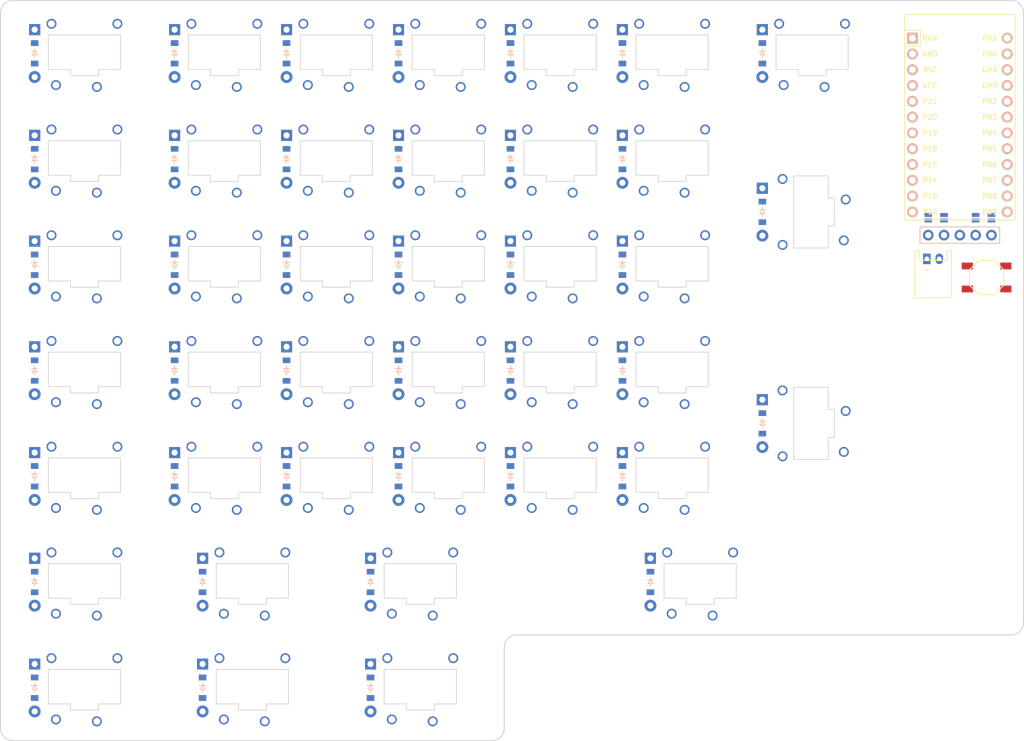
<source format=kicad_pcb>
(kicad_pcb (version 20171130) (host pcbnew 5.1.6)
  (title_block (title left) (rev v1.0.0) (company Unknown))
  (layers (0 F.Cu signal) (31 B.Cu signal) (34 B.Paste user) (35 F.Paste user) (36 B.SilkS user) (37 F.SilkS user) (38 B.Mask user) (39 F.Mask user) (44 Edge.Cuts user))
  (net 0 "")
  (net 1 "left_bottom")
  (net 2 "C0")
  (net 3 "left_home")
  (net 4 "left_top")
  (net 5 "left_num")
  (net 6 "left_f")
  (net 7 "q_bottom")
  (net 8 "C1")
  (net 9 "q_home")
  (net 10 "q_top")
  (net 11 "q_num")
  (net 12 "q_f")
  (net 13 "w_bottom")
  (net 14 "C2")
  (net 15 "w_home")
  (net 16 "w_top")
  (net 17 "w_num")
  (net 18 "w_f")
  (net 19 "e_bottom")
  (net 20 "C3")
  (net 21 "e_home")
  (net 22 "e_top")
  (net 23 "e_num")
  (net 24 "e_f")
  (net 25 "r_bottom")
  (net 26 "C4")
  (net 27 "r_home")
  (net 28 "r_top")
  (net 29 "r_num")
  (net 30 "r_f")
  (net 31 "t_bottom")
  (net 32 "C5")
  (net 33 "t_home")
  (net 34 "t_top")
  (net 35 "t_num")
  (net 36 "t_f")
  (net 37 "one_down")
  (net 38 "one_up")
  (net 39 "two_down")
  (net 40 "two_up")
  (net 41 "three_down")
  (net 42 "three_up")
  (net 43 "one_f")
  (net 44 "C6")
  (net 45 "space_space")
  (net 46 "one_enter")
  (net 47 "one_back")
  (net 48 "R4")
  (net 49 "R3")
  (net 50 "R2")
  (net 51 "R1")
  (net 52 "R0")
  (net 53 "R7")
  (net 54 "R6")
  (net 55 "BAT_P")
  (net 56 "GND")
  (net 57 "RST")
  (net 58 "VCC")
  (net 59 "F10")
  (net 60 "DPC")
  (net 61 "DPD")
  (net 62 "DPE")
  (net 63 "R5")
  (net 64 "DISP1_1")
  (net 65 "DISP1_2")
  (net 66 "DISP1_4")
  (net 67 "DISP1_5")
  (module lib:Kailh_PG1232 (layer F.Cu) (at 35 100 0)
    (fp_text reference "S1" hide)
    (fp_text value Kailh_PG1232)
    (fp_line (start 2.25 2.6) (end 5.8 2.6) (layer Edge.Cuts) (width 0.12))
    (fp_line (start -2.25 2.6) (end -5.8 2.6) (layer Edge.Cuts) (width 0.12))
    (fp_line (start 2.25 3.6) (end 2.25 2.6) (layer Edge.Cuts) (width 0.12))
    (fp_line (start -2.25 3.6) (end 2.25 3.6) (layer Edge.Cuts) (width 0.12))
    (fp_line (start -2.25 2.6) (end -2.25 3.6) (layer Edge.Cuts) (width 0.12))
    (fp_line (start -5.8 2.6) (end -5.8 -2.95) (layer Edge.Cuts) (width 0.12))
    (fp_line (start 5.8 -2.95) (end 5.8 2.6) (layer Edge.Cuts) (width 0.12))
    (fp_line (start -5.8 -2.95) (end 5.8 -2.95) (layer Edge.Cuts) (width 0.12))
    (pad 3 thru_hole circle (at 5.3 -4.75) (size 1.6 1.6) (drill 1.1) (layers *.Cu *.Mask) (clearance 0.2))
    (pad 4 thru_hole circle (at -5.3 -4.75) (size 1.6 1.6) (drill 1.1) (layers *.Cu *.Mask) (clearance 0.2))
    (pad 1 thru_hole circle (at -4.58 5.1) (size 1.6 1.6) (drill 1.1) (layers *.Cu *.Mask) (net 1 "left_bottom") (clearance 0.2))
    (pad 2 thru_hole circle (at 2 5.4) (size 1.6 1.6) (drill 1.1) (layers *.Cu *.Mask) (net 2 "C0") (clearance 0.2))
  )
  (module lib:Kailh_PG1232 (layer F.Cu) (at 35 83 0)
    (fp_text reference "S2" hide)
    (fp_text value Kailh_PG1232)
    (fp_line (start 2.25 2.6) (end 5.8 2.6) (layer Edge.Cuts) (width 0.12))
    (fp_line (start -2.25 2.6) (end -5.8 2.6) (layer Edge.Cuts) (width 0.12))
    (fp_line (start 2.25 3.6) (end 2.25 2.6) (layer Edge.Cuts) (width 0.12))
    (fp_line (start -2.25 3.6) (end 2.25 3.6) (layer Edge.Cuts) (width 0.12))
    (fp_line (start -2.25 2.6) (end -2.25 3.6) (layer Edge.Cuts) (width 0.12))
    (fp_line (start -5.8 2.6) (end -5.8 -2.95) (layer Edge.Cuts) (width 0.12))
    (fp_line (start 5.8 -2.95) (end 5.8 2.6) (layer Edge.Cuts) (width 0.12))
    (fp_line (start -5.8 -2.95) (end 5.8 -2.95) (layer Edge.Cuts) (width 0.12))
    (pad 3 thru_hole circle (at 5.3 -4.75) (size 1.6 1.6) (drill 1.1) (layers *.Cu *.Mask) (clearance 0.2))
    (pad 4 thru_hole circle (at -5.3 -4.75) (size 1.6 1.6) (drill 1.1) (layers *.Cu *.Mask) (clearance 0.2))
    (pad 1 thru_hole circle (at -4.58 5.1) (size 1.6 1.6) (drill 1.1) (layers *.Cu *.Mask) (net 3 "left_home") (clearance 0.2))
    (pad 2 thru_hole circle (at 2 5.4) (size 1.6 1.6) (drill 1.1) (layers *.Cu *.Mask) (net 2 "C0") (clearance 0.2))
  )
  (module lib:Kailh_PG1232 (layer F.Cu) (at 35 66 0)
    (fp_text reference "S3" hide)
    (fp_text value Kailh_PG1232)
    (fp_line (start 2.25 2.6) (end 5.8 2.6) (layer Edge.Cuts) (width 0.12))
    (fp_line (start -2.25 2.6) (end -5.8 2.6) (layer Edge.Cuts) (width 0.12))
    (fp_line (start 2.25 3.6) (end 2.25 2.6) (layer Edge.Cuts) (width 0.12))
    (fp_line (start -2.25 3.6) (end 2.25 3.6) (layer Edge.Cuts) (width 0.12))
    (fp_line (start -2.25 2.6) (end -2.25 3.6) (layer Edge.Cuts) (width 0.12))
    (fp_line (start -5.8 2.6) (end -5.8 -2.95) (layer Edge.Cuts) (width 0.12))
    (fp_line (start 5.8 -2.95) (end 5.8 2.6) (layer Edge.Cuts) (width 0.12))
    (fp_line (start -5.8 -2.95) (end 5.8 -2.95) (layer Edge.Cuts) (width 0.12))
    (pad 3 thru_hole circle (at 5.3 -4.75) (size 1.6 1.6) (drill 1.1) (layers *.Cu *.Mask) (clearance 0.2))
    (pad 4 thru_hole circle (at -5.3 -4.75) (size 1.6 1.6) (drill 1.1) (layers *.Cu *.Mask) (clearance 0.2))
    (pad 1 thru_hole circle (at -4.58 5.1) (size 1.6 1.6) (drill 1.1) (layers *.Cu *.Mask) (net 4 "left_top") (clearance 0.2))
    (pad 2 thru_hole circle (at 2 5.4) (size 1.6 1.6) (drill 1.1) (layers *.Cu *.Mask) (net 2 "C0") (clearance 0.2))
  )
  (module lib:Kailh_PG1232 (layer F.Cu) (at 35 49 0)
    (fp_text reference "S4" hide)
    (fp_text value Kailh_PG1232)
    (fp_line (start 2.25 2.6) (end 5.8 2.6) (layer Edge.Cuts) (width 0.12))
    (fp_line (start -2.25 2.6) (end -5.8 2.6) (layer Edge.Cuts) (width 0.12))
    (fp_line (start 2.25 3.6) (end 2.25 2.6) (layer Edge.Cuts) (width 0.12))
    (fp_line (start -2.25 3.6) (end 2.25 3.6) (layer Edge.Cuts) (width 0.12))
    (fp_line (start -2.25 2.6) (end -2.25 3.6) (layer Edge.Cuts) (width 0.12))
    (fp_line (start -5.8 2.6) (end -5.8 -2.95) (layer Edge.Cuts) (width 0.12))
    (fp_line (start 5.8 -2.95) (end 5.8 2.6) (layer Edge.Cuts) (width 0.12))
    (fp_line (start -5.8 -2.95) (end 5.8 -2.95) (layer Edge.Cuts) (width 0.12))
    (pad 3 thru_hole circle (at 5.3 -4.75) (size 1.6 1.6) (drill 1.1) (layers *.Cu *.Mask) (clearance 0.2))
    (pad 4 thru_hole circle (at -5.3 -4.75) (size 1.6 1.6) (drill 1.1) (layers *.Cu *.Mask) (clearance 0.2))
    (pad 1 thru_hole circle (at -4.58 5.1) (size 1.6 1.6) (drill 1.1) (layers *.Cu *.Mask) (net 5 "left_num") (clearance 0.2))
    (pad 2 thru_hole circle (at 2 5.4) (size 1.6 1.6) (drill 1.1) (layers *.Cu *.Mask) (net 2 "C0") (clearance 0.2))
  )
  (module lib:Kailh_PG1232 (layer F.Cu) (at 35 32 0)
    (fp_text reference "S5" hide)
    (fp_text value Kailh_PG1232)
    (fp_line (start 2.25 2.6) (end 5.8 2.6) (layer Edge.Cuts) (width 0.12))
    (fp_line (start -2.25 2.6) (end -5.8 2.6) (layer Edge.Cuts) (width 0.12))
    (fp_line (start 2.25 3.6) (end 2.25 2.6) (layer Edge.Cuts) (width 0.12))
    (fp_line (start -2.25 3.6) (end 2.25 3.6) (layer Edge.Cuts) (width 0.12))
    (fp_line (start -2.25 2.6) (end -2.25 3.6) (layer Edge.Cuts) (width 0.12))
    (fp_line (start -5.8 2.6) (end -5.8 -2.95) (layer Edge.Cuts) (width 0.12))
    (fp_line (start 5.8 -2.95) (end 5.8 2.6) (layer Edge.Cuts) (width 0.12))
    (fp_line (start -5.8 -2.95) (end 5.8 -2.95) (layer Edge.Cuts) (width 0.12))
    (pad 3 thru_hole circle (at 5.3 -4.75) (size 1.6 1.6) (drill 1.1) (layers *.Cu *.Mask) (clearance 0.2))
    (pad 4 thru_hole circle (at -5.3 -4.75) (size 1.6 1.6) (drill 1.1) (layers *.Cu *.Mask) (clearance 0.2))
    (pad 1 thru_hole circle (at -4.58 5.1) (size 1.6 1.6) (drill 1.1) (layers *.Cu *.Mask) (net 6 "left_f") (clearance 0.2))
    (pad 2 thru_hole circle (at 2 5.4) (size 1.6 1.6) (drill 1.1) (layers *.Cu *.Mask) (net 2 "C0") (clearance 0.2))
  )
  (module lib:Kailh_PG1232 (layer F.Cu) (at 57.5 100 0)
    (fp_text reference "S6" hide)
    (fp_text value Kailh_PG1232)
    (fp_line (start 2.25 2.6) (end 5.8 2.6) (layer Edge.Cuts) (width 0.12))
    (fp_line (start -2.25 2.6) (end -5.8 2.6) (layer Edge.Cuts) (width 0.12))
    (fp_line (start 2.25 3.6) (end 2.25 2.6) (layer Edge.Cuts) (width 0.12))
    (fp_line (start -2.25 3.6) (end 2.25 3.6) (layer Edge.Cuts) (width 0.12))
    (fp_line (start -2.25 2.6) (end -2.25 3.6) (layer Edge.Cuts) (width 0.12))
    (fp_line (start -5.8 2.6) (end -5.8 -2.95) (layer Edge.Cuts) (width 0.12))
    (fp_line (start 5.8 -2.95) (end 5.8 2.6) (layer Edge.Cuts) (width 0.12))
    (fp_line (start -5.8 -2.95) (end 5.8 -2.95) (layer Edge.Cuts) (width 0.12))
    (pad 3 thru_hole circle (at 5.3 -4.75) (size 1.6 1.6) (drill 1.1) (layers *.Cu *.Mask) (clearance 0.2))
    (pad 4 thru_hole circle (at -5.3 -4.75) (size 1.6 1.6) (drill 1.1) (layers *.Cu *.Mask) (clearance 0.2))
    (pad 1 thru_hole circle (at -4.58 5.1) (size 1.6 1.6) (drill 1.1) (layers *.Cu *.Mask) (net 7 "q_bottom") (clearance 0.2))
    (pad 2 thru_hole circle (at 2 5.4) (size 1.6 1.6) (drill 1.1) (layers *.Cu *.Mask) (net 8 "C1") (clearance 0.2))
  )
  (module lib:Kailh_PG1232 (layer F.Cu) (at 57.5 83 0)
    (fp_text reference "S7" hide)
    (fp_text value Kailh_PG1232)
    (fp_line (start 2.25 2.6) (end 5.8 2.6) (layer Edge.Cuts) (width 0.12))
    (fp_line (start -2.25 2.6) (end -5.8 2.6) (layer Edge.Cuts) (width 0.12))
    (fp_line (start 2.25 3.6) (end 2.25 2.6) (layer Edge.Cuts) (width 0.12))
    (fp_line (start -2.25 3.6) (end 2.25 3.6) (layer Edge.Cuts) (width 0.12))
    (fp_line (start -2.25 2.6) (end -2.25 3.6) (layer Edge.Cuts) (width 0.12))
    (fp_line (start -5.8 2.6) (end -5.8 -2.95) (layer Edge.Cuts) (width 0.12))
    (fp_line (start 5.8 -2.95) (end 5.8 2.6) (layer Edge.Cuts) (width 0.12))
    (fp_line (start -5.8 -2.95) (end 5.8 -2.95) (layer Edge.Cuts) (width 0.12))
    (pad 3 thru_hole circle (at 5.3 -4.75) (size 1.6 1.6) (drill 1.1) (layers *.Cu *.Mask) (clearance 0.2))
    (pad 4 thru_hole circle (at -5.3 -4.75) (size 1.6 1.6) (drill 1.1) (layers *.Cu *.Mask) (clearance 0.2))
    (pad 1 thru_hole circle (at -4.58 5.1) (size 1.6 1.6) (drill 1.1) (layers *.Cu *.Mask) (net 9 "q_home") (clearance 0.2))
    (pad 2 thru_hole circle (at 2 5.4) (size 1.6 1.6) (drill 1.1) (layers *.Cu *.Mask) (net 8 "C1") (clearance 0.2))
  )
  (module lib:Kailh_PG1232 (layer F.Cu) (at 57.5 66 0)
    (fp_text reference "S8" hide)
    (fp_text value Kailh_PG1232)
    (fp_line (start 2.25 2.6) (end 5.8 2.6) (layer Edge.Cuts) (width 0.12))
    (fp_line (start -2.25 2.6) (end -5.8 2.6) (layer Edge.Cuts) (width 0.12))
    (fp_line (start 2.25 3.6) (end 2.25 2.6) (layer Edge.Cuts) (width 0.12))
    (fp_line (start -2.25 3.6) (end 2.25 3.6) (layer Edge.Cuts) (width 0.12))
    (fp_line (start -2.25 2.6) (end -2.25 3.6) (layer Edge.Cuts) (width 0.12))
    (fp_line (start -5.8 2.6) (end -5.8 -2.95) (layer Edge.Cuts) (width 0.12))
    (fp_line (start 5.8 -2.95) (end 5.8 2.6) (layer Edge.Cuts) (width 0.12))
    (fp_line (start -5.8 -2.95) (end 5.8 -2.95) (layer Edge.Cuts) (width 0.12))
    (pad 3 thru_hole circle (at 5.3 -4.75) (size 1.6 1.6) (drill 1.1) (layers *.Cu *.Mask) (clearance 0.2))
    (pad 4 thru_hole circle (at -5.3 -4.75) (size 1.6 1.6) (drill 1.1) (layers *.Cu *.Mask) (clearance 0.2))
    (pad 1 thru_hole circle (at -4.58 5.1) (size 1.6 1.6) (drill 1.1) (layers *.Cu *.Mask) (net 10 "q_top") (clearance 0.2))
    (pad 2 thru_hole circle (at 2 5.4) (size 1.6 1.6) (drill 1.1) (layers *.Cu *.Mask) (net 8 "C1") (clearance 0.2))
  )
  (module lib:Kailh_PG1232 (layer F.Cu) (at 57.5 49 0)
    (fp_text reference "S9" hide)
    (fp_text value Kailh_PG1232)
    (fp_line (start 2.25 2.6) (end 5.8 2.6) (layer Edge.Cuts) (width 0.12))
    (fp_line (start -2.25 2.6) (end -5.8 2.6) (layer Edge.Cuts) (width 0.12))
    (fp_line (start 2.25 3.6) (end 2.25 2.6) (layer Edge.Cuts) (width 0.12))
    (fp_line (start -2.25 3.6) (end 2.25 3.6) (layer Edge.Cuts) (width 0.12))
    (fp_line (start -2.25 2.6) (end -2.25 3.6) (layer Edge.Cuts) (width 0.12))
    (fp_line (start -5.8 2.6) (end -5.8 -2.95) (layer Edge.Cuts) (width 0.12))
    (fp_line (start 5.8 -2.95) (end 5.8 2.6) (layer Edge.Cuts) (width 0.12))
    (fp_line (start -5.8 -2.95) (end 5.8 -2.95) (layer Edge.Cuts) (width 0.12))
    (pad 3 thru_hole circle (at 5.3 -4.75) (size 1.6 1.6) (drill 1.1) (layers *.Cu *.Mask) (clearance 0.2))
    (pad 4 thru_hole circle (at -5.3 -4.75) (size 1.6 1.6) (drill 1.1) (layers *.Cu *.Mask) (clearance 0.2))
    (pad 1 thru_hole circle (at -4.58 5.1) (size 1.6 1.6) (drill 1.1) (layers *.Cu *.Mask) (net 11 "q_num") (clearance 0.2))
    (pad 2 thru_hole circle (at 2 5.4) (size 1.6 1.6) (drill 1.1) (layers *.Cu *.Mask) (net 8 "C1") (clearance 0.2))
  )
  (module lib:Kailh_PG1232 (layer F.Cu) (at 57.5 32 0)
    (fp_text reference "S10" hide)
    (fp_text value Kailh_PG1232)
    (fp_line (start 2.25 2.6) (end 5.8 2.6) (layer Edge.Cuts) (width 0.12))
    (fp_line (start -2.25 2.6) (end -5.8 2.6) (layer Edge.Cuts) (width 0.12))
    (fp_line (start 2.25 3.6) (end 2.25 2.6) (layer Edge.Cuts) (width 0.12))
    (fp_line (start -2.25 3.6) (end 2.25 3.6) (layer Edge.Cuts) (width 0.12))
    (fp_line (start -2.25 2.6) (end -2.25 3.6) (layer Edge.Cuts) (width 0.12))
    (fp_line (start -5.8 2.6) (end -5.8 -2.95) (layer Edge.Cuts) (width 0.12))
    (fp_line (start 5.8 -2.95) (end 5.8 2.6) (layer Edge.Cuts) (width 0.12))
    (fp_line (start -5.8 -2.95) (end 5.8 -2.95) (layer Edge.Cuts) (width 0.12))
    (pad 3 thru_hole circle (at 5.3 -4.75) (size 1.6 1.6) (drill 1.1) (layers *.Cu *.Mask) (clearance 0.2))
    (pad 4 thru_hole circle (at -5.3 -4.75) (size 1.6 1.6) (drill 1.1) (layers *.Cu *.Mask) (clearance 0.2))
    (pad 1 thru_hole circle (at -4.58 5.1) (size 1.6 1.6) (drill 1.1) (layers *.Cu *.Mask) (net 12 "q_f") (clearance 0.2))
    (pad 2 thru_hole circle (at 2 5.4) (size 1.6 1.6) (drill 1.1) (layers *.Cu *.Mask) (net 8 "C1") (clearance 0.2))
  )
  (module lib:Kailh_PG1232 (layer F.Cu) (at 75.5 100 0)
    (fp_text reference "S11" hide)
    (fp_text value Kailh_PG1232)
    (fp_line (start 2.25 2.6) (end 5.8 2.6) (layer Edge.Cuts) (width 0.12))
    (fp_line (start -2.25 2.6) (end -5.8 2.6) (layer Edge.Cuts) (width 0.12))
    (fp_line (start 2.25 3.6) (end 2.25 2.6) (layer Edge.Cuts) (width 0.12))
    (fp_line (start -2.25 3.6) (end 2.25 3.6) (layer Edge.Cuts) (width 0.12))
    (fp_line (start -2.25 2.6) (end -2.25 3.6) (layer Edge.Cuts) (width 0.12))
    (fp_line (start -5.8 2.6) (end -5.8 -2.95) (layer Edge.Cuts) (width 0.12))
    (fp_line (start 5.8 -2.95) (end 5.8 2.6) (layer Edge.Cuts) (width 0.12))
    (fp_line (start -5.8 -2.95) (end 5.8 -2.95) (layer Edge.Cuts) (width 0.12))
    (pad 3 thru_hole circle (at 5.3 -4.75) (size 1.6 1.6) (drill 1.1) (layers *.Cu *.Mask) (clearance 0.2))
    (pad 4 thru_hole circle (at -5.3 -4.75) (size 1.6 1.6) (drill 1.1) (layers *.Cu *.Mask) (clearance 0.2))
    (pad 1 thru_hole circle (at -4.58 5.1) (size 1.6 1.6) (drill 1.1) (layers *.Cu *.Mask) (net 13 "w_bottom") (clearance 0.2))
    (pad 2 thru_hole circle (at 2 5.4) (size 1.6 1.6) (drill 1.1) (layers *.Cu *.Mask) (net 14 "C2") (clearance 0.2))
  )
  (module lib:Kailh_PG1232 (layer F.Cu) (at 75.5 83 0)
    (fp_text reference "S12" hide)
    (fp_text value Kailh_PG1232)
    (fp_line (start 2.25 2.6) (end 5.8 2.6) (layer Edge.Cuts) (width 0.12))
    (fp_line (start -2.25 2.6) (end -5.8 2.6) (layer Edge.Cuts) (width 0.12))
    (fp_line (start 2.25 3.6) (end 2.25 2.6) (layer Edge.Cuts) (width 0.12))
    (fp_line (start -2.25 3.6) (end 2.25 3.6) (layer Edge.Cuts) (width 0.12))
    (fp_line (start -2.25 2.6) (end -2.25 3.6) (layer Edge.Cuts) (width 0.12))
    (fp_line (start -5.8 2.6) (end -5.8 -2.95) (layer Edge.Cuts) (width 0.12))
    (fp_line (start 5.8 -2.95) (end 5.8 2.6) (layer Edge.Cuts) (width 0.12))
    (fp_line (start -5.8 -2.95) (end 5.8 -2.95) (layer Edge.Cuts) (width 0.12))
    (pad 3 thru_hole circle (at 5.3 -4.75) (size 1.6 1.6) (drill 1.1) (layers *.Cu *.Mask) (clearance 0.2))
    (pad 4 thru_hole circle (at -5.3 -4.75) (size 1.6 1.6) (drill 1.1) (layers *.Cu *.Mask) (clearance 0.2))
    (pad 1 thru_hole circle (at -4.58 5.1) (size 1.6 1.6) (drill 1.1) (layers *.Cu *.Mask) (net 15 "w_home") (clearance 0.2))
    (pad 2 thru_hole circle (at 2 5.4) (size 1.6 1.6) (drill 1.1) (layers *.Cu *.Mask) (net 14 "C2") (clearance 0.2))
  )
  (module lib:Kailh_PG1232 (layer F.Cu) (at 75.5 66 0)
    (fp_text reference "S13" hide)
    (fp_text value Kailh_PG1232)
    (fp_line (start 2.25 2.6) (end 5.8 2.6) (layer Edge.Cuts) (width 0.12))
    (fp_line (start -2.25 2.6) (end -5.8 2.6) (layer Edge.Cuts) (width 0.12))
    (fp_line (start 2.25 3.6) (end 2.25 2.6) (layer Edge.Cuts) (width 0.12))
    (fp_line (start -2.25 3.6) (end 2.25 3.6) (layer Edge.Cuts) (width 0.12))
    (fp_line (start -2.25 2.6) (end -2.25 3.6) (layer Edge.Cuts) (width 0.12))
    (fp_line (start -5.8 2.6) (end -5.8 -2.95) (layer Edge.Cuts) (width 0.12))
    (fp_line (start 5.8 -2.95) (end 5.8 2.6) (layer Edge.Cuts) (width 0.12))
    (fp_line (start -5.8 -2.95) (end 5.8 -2.95) (layer Edge.Cuts) (width 0.12))
    (pad 3 thru_hole circle (at 5.3 -4.75) (size 1.6 1.6) (drill 1.1) (layers *.Cu *.Mask) (clearance 0.2))
    (pad 4 thru_hole circle (at -5.3 -4.75) (size 1.6 1.6) (drill 1.1) (layers *.Cu *.Mask) (clearance 0.2))
    (pad 1 thru_hole circle (at -4.58 5.1) (size 1.6 1.6) (drill 1.1) (layers *.Cu *.Mask) (net 16 "w_top") (clearance 0.2))
    (pad 2 thru_hole circle (at 2 5.4) (size 1.6 1.6) (drill 1.1) (layers *.Cu *.Mask) (net 14 "C2") (clearance 0.2))
  )
  (module lib:Kailh_PG1232 (layer F.Cu) (at 75.5 49 0)
    (fp_text reference "S14" hide)
    (fp_text value Kailh_PG1232)
    (fp_line (start 2.25 2.6) (end 5.8 2.6) (layer Edge.Cuts) (width 0.12))
    (fp_line (start -2.25 2.6) (end -5.8 2.6) (layer Edge.Cuts) (width 0.12))
    (fp_line (start 2.25 3.6) (end 2.25 2.6) (layer Edge.Cuts) (width 0.12))
    (fp_line (start -2.25 3.6) (end 2.25 3.6) (layer Edge.Cuts) (width 0.12))
    (fp_line (start -2.25 2.6) (end -2.25 3.6) (layer Edge.Cuts) (width 0.12))
    (fp_line (start -5.8 2.6) (end -5.8 -2.95) (layer Edge.Cuts) (width 0.12))
    (fp_line (start 5.8 -2.95) (end 5.8 2.6) (layer Edge.Cuts) (width 0.12))
    (fp_line (start -5.8 -2.95) (end 5.8 -2.95) (layer Edge.Cuts) (width 0.12))
    (pad 3 thru_hole circle (at 5.3 -4.75) (size 1.6 1.6) (drill 1.1) (layers *.Cu *.Mask) (clearance 0.2))
    (pad 4 thru_hole circle (at -5.3 -4.75) (size 1.6 1.6) (drill 1.1) (layers *.Cu *.Mask) (clearance 0.2))
    (pad 1 thru_hole circle (at -4.58 5.1) (size 1.6 1.6) (drill 1.1) (layers *.Cu *.Mask) (net 17 "w_num") (clearance 0.2))
    (pad 2 thru_hole circle (at 2 5.4) (size 1.6 1.6) (drill 1.1) (layers *.Cu *.Mask) (net 14 "C2") (clearance 0.2))
  )
  (module lib:Kailh_PG1232 (layer F.Cu) (at 75.5 32 0)
    (fp_text reference "S15" hide)
    (fp_text value Kailh_PG1232)
    (fp_line (start 2.25 2.6) (end 5.8 2.6) (layer Edge.Cuts) (width 0.12))
    (fp_line (start -2.25 2.6) (end -5.8 2.6) (layer Edge.Cuts) (width 0.12))
    (fp_line (start 2.25 3.6) (end 2.25 2.6) (layer Edge.Cuts) (width 0.12))
    (fp_line (start -2.25 3.6) (end 2.25 3.6) (layer Edge.Cuts) (width 0.12))
    (fp_line (start -2.25 2.6) (end -2.25 3.6) (layer Edge.Cuts) (width 0.12))
    (fp_line (start -5.8 2.6) (end -5.8 -2.95) (layer Edge.Cuts) (width 0.12))
    (fp_line (start 5.8 -2.95) (end 5.8 2.6) (layer Edge.Cuts) (width 0.12))
    (fp_line (start -5.8 -2.95) (end 5.8 -2.95) (layer Edge.Cuts) (width 0.12))
    (pad 3 thru_hole circle (at 5.3 -4.75) (size 1.6 1.6) (drill 1.1) (layers *.Cu *.Mask) (clearance 0.2))
    (pad 4 thru_hole circle (at -5.3 -4.75) (size 1.6 1.6) (drill 1.1) (layers *.Cu *.Mask) (clearance 0.2))
    (pad 1 thru_hole circle (at -4.58 5.1) (size 1.6 1.6) (drill 1.1) (layers *.Cu *.Mask) (net 18 "w_f") (clearance 0.2))
    (pad 2 thru_hole circle (at 2 5.4) (size 1.6 1.6) (drill 1.1) (layers *.Cu *.Mask) (net 14 "C2") (clearance 0.2))
  )
  (module lib:Kailh_PG1232 (layer F.Cu) (at 93.5 100 0)
    (fp_text reference "S16" hide)
    (fp_text value Kailh_PG1232)
    (fp_line (start 2.25 2.6) (end 5.8 2.6) (layer Edge.Cuts) (width 0.12))
    (fp_line (start -2.25 2.6) (end -5.8 2.6) (layer Edge.Cuts) (width 0.12))
    (fp_line (start 2.25 3.6) (end 2.25 2.6) (layer Edge.Cuts) (width 0.12))
    (fp_line (start -2.25 3.6) (end 2.25 3.6) (layer Edge.Cuts) (width 0.12))
    (fp_line (start -2.25 2.6) (end -2.25 3.6) (layer Edge.Cuts) (width 0.12))
    (fp_line (start -5.8 2.6) (end -5.8 -2.95) (layer Edge.Cuts) (width 0.12))
    (fp_line (start 5.8 -2.95) (end 5.8 2.6) (layer Edge.Cuts) (width 0.12))
    (fp_line (start -5.8 -2.95) (end 5.8 -2.95) (layer Edge.Cuts) (width 0.12))
    (pad 3 thru_hole circle (at 5.3 -4.75) (size 1.6 1.6) (drill 1.1) (layers *.Cu *.Mask) (clearance 0.2))
    (pad 4 thru_hole circle (at -5.3 -4.75) (size 1.6 1.6) (drill 1.1) (layers *.Cu *.Mask) (clearance 0.2))
    (pad 1 thru_hole circle (at -4.58 5.1) (size 1.6 1.6) (drill 1.1) (layers *.Cu *.Mask) (net 19 "e_bottom") (clearance 0.2))
    (pad 2 thru_hole circle (at 2 5.4) (size 1.6 1.6) (drill 1.1) (layers *.Cu *.Mask) (net 20 "C3") (clearance 0.2))
  )
  (module lib:Kailh_PG1232 (layer F.Cu) (at 93.5 83 0)
    (fp_text reference "S17" hide)
    (fp_text value Kailh_PG1232)
    (fp_line (start 2.25 2.6) (end 5.8 2.6) (layer Edge.Cuts) (width 0.12))
    (fp_line (start -2.25 2.6) (end -5.8 2.6) (layer Edge.Cuts) (width 0.12))
    (fp_line (start 2.25 3.6) (end 2.25 2.6) (layer Edge.Cuts) (width 0.12))
    (fp_line (start -2.25 3.6) (end 2.25 3.6) (layer Edge.Cuts) (width 0.12))
    (fp_line (start -2.25 2.6) (end -2.25 3.6) (layer Edge.Cuts) (width 0.12))
    (fp_line (start -5.8 2.6) (end -5.8 -2.95) (layer Edge.Cuts) (width 0.12))
    (fp_line (start 5.8 -2.95) (end 5.8 2.6) (layer Edge.Cuts) (width 0.12))
    (fp_line (start -5.8 -2.95) (end 5.8 -2.95) (layer Edge.Cuts) (width 0.12))
    (pad 3 thru_hole circle (at 5.3 -4.75) (size 1.6 1.6) (drill 1.1) (layers *.Cu *.Mask) (clearance 0.2))
    (pad 4 thru_hole circle (at -5.3 -4.75) (size 1.6 1.6) (drill 1.1) (layers *.Cu *.Mask) (clearance 0.2))
    (pad 1 thru_hole circle (at -4.58 5.1) (size 1.6 1.6) (drill 1.1) (layers *.Cu *.Mask) (net 21 "e_home") (clearance 0.2))
    (pad 2 thru_hole circle (at 2 5.4) (size 1.6 1.6) (drill 1.1) (layers *.Cu *.Mask) (net 20 "C3") (clearance 0.2))
  )
  (module lib:Kailh_PG1232 (layer F.Cu) (at 93.5 66 0)
    (fp_text reference "S18" hide)
    (fp_text value Kailh_PG1232)
    (fp_line (start 2.25 2.6) (end 5.8 2.6) (layer Edge.Cuts) (width 0.12))
    (fp_line (start -2.25 2.6) (end -5.8 2.6) (layer Edge.Cuts) (width 0.12))
    (fp_line (start 2.25 3.6) (end 2.25 2.6) (layer Edge.Cuts) (width 0.12))
    (fp_line (start -2.25 3.6) (end 2.25 3.6) (layer Edge.Cuts) (width 0.12))
    (fp_line (start -2.25 2.6) (end -2.25 3.6) (layer Edge.Cuts) (width 0.12))
    (fp_line (start -5.8 2.6) (end -5.8 -2.95) (layer Edge.Cuts) (width 0.12))
    (fp_line (start 5.8 -2.95) (end 5.8 2.6) (layer Edge.Cuts) (width 0.12))
    (fp_line (start -5.8 -2.95) (end 5.8 -2.95) (layer Edge.Cuts) (width 0.12))
    (pad 3 thru_hole circle (at 5.3 -4.75) (size 1.6 1.6) (drill 1.1) (layers *.Cu *.Mask) (clearance 0.2))
    (pad 4 thru_hole circle (at -5.3 -4.75) (size 1.6 1.6) (drill 1.1) (layers *.Cu *.Mask) (clearance 0.2))
    (pad 1 thru_hole circle (at -4.58 5.1) (size 1.6 1.6) (drill 1.1) (layers *.Cu *.Mask) (net 22 "e_top") (clearance 0.2))
    (pad 2 thru_hole circle (at 2 5.4) (size 1.6 1.6) (drill 1.1) (layers *.Cu *.Mask) (net 20 "C3") (clearance 0.2))
  )
  (module lib:Kailh_PG1232 (layer F.Cu) (at 93.5 49 0)
    (fp_text reference "S19" hide)
    (fp_text value Kailh_PG1232)
    (fp_line (start 2.25 2.6) (end 5.8 2.6) (layer Edge.Cuts) (width 0.12))
    (fp_line (start -2.25 2.6) (end -5.8 2.6) (layer Edge.Cuts) (width 0.12))
    (fp_line (start 2.25 3.6) (end 2.25 2.6) (layer Edge.Cuts) (width 0.12))
    (fp_line (start -2.25 3.6) (end 2.25 3.6) (layer Edge.Cuts) (width 0.12))
    (fp_line (start -2.25 2.6) (end -2.25 3.6) (layer Edge.Cuts) (width 0.12))
    (fp_line (start -5.8 2.6) (end -5.8 -2.95) (layer Edge.Cuts) (width 0.12))
    (fp_line (start 5.8 -2.95) (end 5.8 2.6) (layer Edge.Cuts) (width 0.12))
    (fp_line (start -5.8 -2.95) (end 5.8 -2.95) (layer Edge.Cuts) (width 0.12))
    (pad 3 thru_hole circle (at 5.3 -4.75) (size 1.6 1.6) (drill 1.1) (layers *.Cu *.Mask) (clearance 0.2))
    (pad 4 thru_hole circle (at -5.3 -4.75) (size 1.6 1.6) (drill 1.1) (layers *.Cu *.Mask) (clearance 0.2))
    (pad 1 thru_hole circle (at -4.58 5.1) (size 1.6 1.6) (drill 1.1) (layers *.Cu *.Mask) (net 23 "e_num") (clearance 0.2))
    (pad 2 thru_hole circle (at 2 5.4) (size 1.6 1.6) (drill 1.1) (layers *.Cu *.Mask) (net 20 "C3") (clearance 0.2))
  )
  (module lib:Kailh_PG1232 (layer F.Cu) (at 93.5 32 0)
    (fp_text reference "S20" hide)
    (fp_text value Kailh_PG1232)
    (fp_line (start 2.25 2.6) (end 5.8 2.6) (layer Edge.Cuts) (width 0.12))
    (fp_line (start -2.25 2.6) (end -5.8 2.6) (layer Edge.Cuts) (width 0.12))
    (fp_line (start 2.25 3.6) (end 2.25 2.6) (layer Edge.Cuts) (width 0.12))
    (fp_line (start -2.25 3.6) (end 2.25 3.6) (layer Edge.Cuts) (width 0.12))
    (fp_line (start -2.25 2.6) (end -2.25 3.6) (layer Edge.Cuts) (width 0.12))
    (fp_line (start -5.8 2.6) (end -5.8 -2.95) (layer Edge.Cuts) (width 0.12))
    (fp_line (start 5.8 -2.95) (end 5.8 2.6) (layer Edge.Cuts) (width 0.12))
    (fp_line (start -5.8 -2.95) (end 5.8 -2.95) (layer Edge.Cuts) (width 0.12))
    (pad 3 thru_hole circle (at 5.3 -4.75) (size 1.6 1.6) (drill 1.1) (layers *.Cu *.Mask) (clearance 0.2))
    (pad 4 thru_hole circle (at -5.3 -4.75) (size 1.6 1.6) (drill 1.1) (layers *.Cu *.Mask) (clearance 0.2))
    (pad 1 thru_hole circle (at -4.58 5.1) (size 1.6 1.6) (drill 1.1) (layers *.Cu *.Mask) (net 24 "e_f") (clearance 0.2))
    (pad 2 thru_hole circle (at 2 5.4) (size 1.6 1.6) (drill 1.1) (layers *.Cu *.Mask) (net 20 "C3") (clearance 0.2))
  )
  (module lib:Kailh_PG1232 (layer F.Cu) (at 111.5 100 0)
    (fp_text reference "S21" hide)
    (fp_text value Kailh_PG1232)
    (fp_line (start 2.25 2.6) (end 5.8 2.6) (layer Edge.Cuts) (width 0.12))
    (fp_line (start -2.25 2.6) (end -5.8 2.6) (layer Edge.Cuts) (width 0.12))
    (fp_line (start 2.25 3.6) (end 2.25 2.6) (layer Edge.Cuts) (width 0.12))
    (fp_line (start -2.25 3.6) (end 2.25 3.6) (layer Edge.Cuts) (width 0.12))
    (fp_line (start -2.25 2.6) (end -2.25 3.6) (layer Edge.Cuts) (width 0.12))
    (fp_line (start -5.8 2.6) (end -5.8 -2.95) (layer Edge.Cuts) (width 0.12))
    (fp_line (start 5.8 -2.95) (end 5.8 2.6) (layer Edge.Cuts) (width 0.12))
    (fp_line (start -5.8 -2.95) (end 5.8 -2.95) (layer Edge.Cuts) (width 0.12))
    (pad 3 thru_hole circle (at 5.3 -4.75) (size 1.6 1.6) (drill 1.1) (layers *.Cu *.Mask) (clearance 0.2))
    (pad 4 thru_hole circle (at -5.3 -4.75) (size 1.6 1.6) (drill 1.1) (layers *.Cu *.Mask) (clearance 0.2))
    (pad 1 thru_hole circle (at -4.58 5.1) (size 1.6 1.6) (drill 1.1) (layers *.Cu *.Mask) (net 25 "r_bottom") (clearance 0.2))
    (pad 2 thru_hole circle (at 2 5.4) (size 1.6 1.6) (drill 1.1) (layers *.Cu *.Mask) (net 26 "C4") (clearance 0.2))
  )
  (module lib:Kailh_PG1232 (layer F.Cu) (at 111.5 83 0)
    (fp_text reference "S22" hide)
    (fp_text value Kailh_PG1232)
    (fp_line (start 2.25 2.6) (end 5.8 2.6) (layer Edge.Cuts) (width 0.12))
    (fp_line (start -2.25 2.6) (end -5.8 2.6) (layer Edge.Cuts) (width 0.12))
    (fp_line (start 2.25 3.6) (end 2.25 2.6) (layer Edge.Cuts) (width 0.12))
    (fp_line (start -2.25 3.6) (end 2.25 3.6) (layer Edge.Cuts) (width 0.12))
    (fp_line (start -2.25 2.6) (end -2.25 3.6) (layer Edge.Cuts) (width 0.12))
    (fp_line (start -5.8 2.6) (end -5.8 -2.95) (layer Edge.Cuts) (width 0.12))
    (fp_line (start 5.8 -2.95) (end 5.8 2.6) (layer Edge.Cuts) (width 0.12))
    (fp_line (start -5.8 -2.95) (end 5.8 -2.95) (layer Edge.Cuts) (width 0.12))
    (pad 3 thru_hole circle (at 5.3 -4.75) (size 1.6 1.6) (drill 1.1) (layers *.Cu *.Mask) (clearance 0.2))
    (pad 4 thru_hole circle (at -5.3 -4.75) (size 1.6 1.6) (drill 1.1) (layers *.Cu *.Mask) (clearance 0.2))
    (pad 1 thru_hole circle (at -4.58 5.1) (size 1.6 1.6) (drill 1.1) (layers *.Cu *.Mask) (net 27 "r_home") (clearance 0.2))
    (pad 2 thru_hole circle (at 2 5.4) (size 1.6 1.6) (drill 1.1) (layers *.Cu *.Mask) (net 26 "C4") (clearance 0.2))
  )
  (module lib:Kailh_PG1232 (layer F.Cu) (at 111.5 66 0)
    (fp_text reference "S23" hide)
    (fp_text value Kailh_PG1232)
    (fp_line (start 2.25 2.6) (end 5.8 2.6) (layer Edge.Cuts) (width 0.12))
    (fp_line (start -2.25 2.6) (end -5.8 2.6) (layer Edge.Cuts) (width 0.12))
    (fp_line (start 2.25 3.6) (end 2.25 2.6) (layer Edge.Cuts) (width 0.12))
    (fp_line (start -2.25 3.6) (end 2.25 3.6) (layer Edge.Cuts) (width 0.12))
    (fp_line (start -2.25 2.6) (end -2.25 3.6) (layer Edge.Cuts) (width 0.12))
    (fp_line (start -5.8 2.6) (end -5.8 -2.95) (layer Edge.Cuts) (width 0.12))
    (fp_line (start 5.8 -2.95) (end 5.8 2.6) (layer Edge.Cuts) (width 0.12))
    (fp_line (start -5.8 -2.95) (end 5.8 -2.95) (layer Edge.Cuts) (width 0.12))
    (pad 3 thru_hole circle (at 5.3 -4.75) (size 1.6 1.6) (drill 1.1) (layers *.Cu *.Mask) (clearance 0.2))
    (pad 4 thru_hole circle (at -5.3 -4.75) (size 1.6 1.6) (drill 1.1) (layers *.Cu *.Mask) (clearance 0.2))
    (pad 1 thru_hole circle (at -4.58 5.1) (size 1.6 1.6) (drill 1.1) (layers *.Cu *.Mask) (net 28 "r_top") (clearance 0.2))
    (pad 2 thru_hole circle (at 2 5.4) (size 1.6 1.6) (drill 1.1) (layers *.Cu *.Mask) (net 26 "C4") (clearance 0.2))
  )
  (module lib:Kailh_PG1232 (layer F.Cu) (at 111.5 49 0)
    (fp_text reference "S24" hide)
    (fp_text value Kailh_PG1232)
    (fp_line (start 2.25 2.6) (end 5.8 2.6) (layer Edge.Cuts) (width 0.12))
    (fp_line (start -2.25 2.6) (end -5.8 2.6) (layer Edge.Cuts) (width 0.12))
    (fp_line (start 2.25 3.6) (end 2.25 2.6) (layer Edge.Cuts) (width 0.12))
    (fp_line (start -2.25 3.6) (end 2.25 3.6) (layer Edge.Cuts) (width 0.12))
    (fp_line (start -2.25 2.6) (end -2.25 3.6) (layer Edge.Cuts) (width 0.12))
    (fp_line (start -5.8 2.6) (end -5.8 -2.95) (layer Edge.Cuts) (width 0.12))
    (fp_line (start 5.8 -2.95) (end 5.8 2.6) (layer Edge.Cuts) (width 0.12))
    (fp_line (start -5.8 -2.95) (end 5.8 -2.95) (layer Edge.Cuts) (width 0.12))
    (pad 3 thru_hole circle (at 5.3 -4.75) (size 1.6 1.6) (drill 1.1) (layers *.Cu *.Mask) (clearance 0.2))
    (pad 4 thru_hole circle (at -5.3 -4.75) (size 1.6 1.6) (drill 1.1) (layers *.Cu *.Mask) (clearance 0.2))
    (pad 1 thru_hole circle (at -4.58 5.1) (size 1.6 1.6) (drill 1.1) (layers *.Cu *.Mask) (net 29 "r_num") (clearance 0.2))
    (pad 2 thru_hole circle (at 2 5.4) (size 1.6 1.6) (drill 1.1) (layers *.Cu *.Mask) (net 26 "C4") (clearance 0.2))
  )
  (module lib:Kailh_PG1232 (layer F.Cu) (at 111.5 32 0)
    (fp_text reference "S25" hide)
    (fp_text value Kailh_PG1232)
    (fp_line (start 2.25 2.6) (end 5.8 2.6) (layer Edge.Cuts) (width 0.12))
    (fp_line (start -2.25 2.6) (end -5.8 2.6) (layer Edge.Cuts) (width 0.12))
    (fp_line (start 2.25 3.6) (end 2.25 2.6) (layer Edge.Cuts) (width 0.12))
    (fp_line (start -2.25 3.6) (end 2.25 3.6) (layer Edge.Cuts) (width 0.12))
    (fp_line (start -2.25 2.6) (end -2.25 3.6) (layer Edge.Cuts) (width 0.12))
    (fp_line (start -5.8 2.6) (end -5.8 -2.95) (layer Edge.Cuts) (width 0.12))
    (fp_line (start 5.8 -2.95) (end 5.8 2.6) (layer Edge.Cuts) (width 0.12))
    (fp_line (start -5.8 -2.95) (end 5.8 -2.95) (layer Edge.Cuts) (width 0.12))
    (pad 3 thru_hole circle (at 5.3 -4.75) (size 1.6 1.6) (drill 1.1) (layers *.Cu *.Mask) (clearance 0.2))
    (pad 4 thru_hole circle (at -5.3 -4.75) (size 1.6 1.6) (drill 1.1) (layers *.Cu *.Mask) (clearance 0.2))
    (pad 1 thru_hole circle (at -4.58 5.1) (size 1.6 1.6) (drill 1.1) (layers *.Cu *.Mask) (net 30 "r_f") (clearance 0.2))
    (pad 2 thru_hole circle (at 2 5.4) (size 1.6 1.6) (drill 1.1) (layers *.Cu *.Mask) (net 26 "C4") (clearance 0.2))
  )
  (module lib:Kailh_PG1232 (layer F.Cu) (at 129.5 100 0)
    (fp_text reference "S26" hide)
    (fp_text value Kailh_PG1232)
    (fp_line (start 2.25 2.6) (end 5.8 2.6) (layer Edge.Cuts) (width 0.12))
    (fp_line (start -2.25 2.6) (end -5.8 2.6) (layer Edge.Cuts) (width 0.12))
    (fp_line (start 2.25 3.6) (end 2.25 2.6) (layer Edge.Cuts) (width 0.12))
    (fp_line (start -2.25 3.6) (end 2.25 3.6) (layer Edge.Cuts) (width 0.12))
    (fp_line (start -2.25 2.6) (end -2.25 3.6) (layer Edge.Cuts) (width 0.12))
    (fp_line (start -5.8 2.6) (end -5.8 -2.95) (layer Edge.Cuts) (width 0.12))
    (fp_line (start 5.8 -2.95) (end 5.8 2.6) (layer Edge.Cuts) (width 0.12))
    (fp_line (start -5.8 -2.95) (end 5.8 -2.95) (layer Edge.Cuts) (width 0.12))
    (pad 3 thru_hole circle (at 5.3 -4.75) (size 1.6 1.6) (drill 1.1) (layers *.Cu *.Mask) (clearance 0.2))
    (pad 4 thru_hole circle (at -5.3 -4.75) (size 1.6 1.6) (drill 1.1) (layers *.Cu *.Mask) (clearance 0.2))
    (pad 1 thru_hole circle (at -4.58 5.1) (size 1.6 1.6) (drill 1.1) (layers *.Cu *.Mask) (net 31 "t_bottom") (clearance 0.2))
    (pad 2 thru_hole circle (at 2 5.4) (size 1.6 1.6) (drill 1.1) (layers *.Cu *.Mask) (net 32 "C5") (clearance 0.2))
  )
  (module lib:Kailh_PG1232 (layer F.Cu) (at 129.5 83 0)
    (fp_text reference "S27" hide)
    (fp_text value Kailh_PG1232)
    (fp_line (start 2.25 2.6) (end 5.8 2.6) (layer Edge.Cuts) (width 0.12))
    (fp_line (start -2.25 2.6) (end -5.8 2.6) (layer Edge.Cuts) (width 0.12))
    (fp_line (start 2.25 3.6) (end 2.25 2.6) (layer Edge.Cuts) (width 0.12))
    (fp_line (start -2.25 3.6) (end 2.25 3.6) (layer Edge.Cuts) (width 0.12))
    (fp_line (start -2.25 2.6) (end -2.25 3.6) (layer Edge.Cuts) (width 0.12))
    (fp_line (start -5.8 2.6) (end -5.8 -2.95) (layer Edge.Cuts) (width 0.12))
    (fp_line (start 5.8 -2.95) (end 5.8 2.6) (layer Edge.Cuts) (width 0.12))
    (fp_line (start -5.8 -2.95) (end 5.8 -2.95) (layer Edge.Cuts) (width 0.12))
    (pad 3 thru_hole circle (at 5.3 -4.75) (size 1.6 1.6) (drill 1.1) (layers *.Cu *.Mask) (clearance 0.2))
    (pad 4 thru_hole circle (at -5.3 -4.75) (size 1.6 1.6) (drill 1.1) (layers *.Cu *.Mask) (clearance 0.2))
    (pad 1 thru_hole circle (at -4.58 5.1) (size 1.6 1.6) (drill 1.1) (layers *.Cu *.Mask) (net 33 "t_home") (clearance 0.2))
    (pad 2 thru_hole circle (at 2 5.4) (size 1.6 1.6) (drill 1.1) (layers *.Cu *.Mask) (net 32 "C5") (clearance 0.2))
  )
  (module lib:Kailh_PG1232 (layer F.Cu) (at 129.5 66 0)
    (fp_text reference "S28" hide)
    (fp_text value Kailh_PG1232)
    (fp_line (start 2.25 2.6) (end 5.8 2.6) (layer Edge.Cuts) (width 0.12))
    (fp_line (start -2.25 2.6) (end -5.8 2.6) (layer Edge.Cuts) (width 0.12))
    (fp_line (start 2.25 3.6) (end 2.25 2.6) (layer Edge.Cuts) (width 0.12))
    (fp_line (start -2.25 3.6) (end 2.25 3.6) (layer Edge.Cuts) (width 0.12))
    (fp_line (start -2.25 2.6) (end -2.25 3.6) (layer Edge.Cuts) (width 0.12))
    (fp_line (start -5.8 2.6) (end -5.8 -2.95) (layer Edge.Cuts) (width 0.12))
    (fp_line (start 5.8 -2.95) (end 5.8 2.6) (layer Edge.Cuts) (width 0.12))
    (fp_line (start -5.8 -2.95) (end 5.8 -2.95) (layer Edge.Cuts) (width 0.12))
    (pad 3 thru_hole circle (at 5.3 -4.75) (size 1.6 1.6) (drill 1.1) (layers *.Cu *.Mask) (clearance 0.2))
    (pad 4 thru_hole circle (at -5.3 -4.75) (size 1.6 1.6) (drill 1.1) (layers *.Cu *.Mask) (clearance 0.2))
    (pad 1 thru_hole circle (at -4.58 5.1) (size 1.6 1.6) (drill 1.1) (layers *.Cu *.Mask) (net 34 "t_top") (clearance 0.2))
    (pad 2 thru_hole circle (at 2 5.4) (size 1.6 1.6) (drill 1.1) (layers *.Cu *.Mask) (net 32 "C5") (clearance 0.2))
  )
  (module lib:Kailh_PG1232 (layer F.Cu) (at 129.5 49 0)
    (fp_text reference "S29" hide)
    (fp_text value Kailh_PG1232)
    (fp_line (start 2.25 2.6) (end 5.8 2.6) (layer Edge.Cuts) (width 0.12))
    (fp_line (start -2.25 2.6) (end -5.8 2.6) (layer Edge.Cuts) (width 0.12))
    (fp_line (start 2.25 3.6) (end 2.25 2.6) (layer Edge.Cuts) (width 0.12))
    (fp_line (start -2.25 3.6) (end 2.25 3.6) (layer Edge.Cuts) (width 0.12))
    (fp_line (start -2.25 2.6) (end -2.25 3.6) (layer Edge.Cuts) (width 0.12))
    (fp_line (start -5.8 2.6) (end -5.8 -2.95) (layer Edge.Cuts) (width 0.12))
    (fp_line (start 5.8 -2.95) (end 5.8 2.6) (layer Edge.Cuts) (width 0.12))
    (fp_line (start -5.8 -2.95) (end 5.8 -2.95) (layer Edge.Cuts) (width 0.12))
    (pad 3 thru_hole circle (at 5.3 -4.75) (size 1.6 1.6) (drill 1.1) (layers *.Cu *.Mask) (clearance 0.2))
    (pad 4 thru_hole circle (at -5.3 -4.75) (size 1.6 1.6) (drill 1.1) (layers *.Cu *.Mask) (clearance 0.2))
    (pad 1 thru_hole circle (at -4.58 5.1) (size 1.6 1.6) (drill 1.1) (layers *.Cu *.Mask) (net 35 "t_num") (clearance 0.2))
    (pad 2 thru_hole circle (at 2 5.4) (size 1.6 1.6) (drill 1.1) (layers *.Cu *.Mask) (net 32 "C5") (clearance 0.2))
  )
  (module lib:Kailh_PG1232 (layer F.Cu) (at 129.5 32 0)
    (fp_text reference "S30" hide)
    (fp_text value Kailh_PG1232)
    (fp_line (start 2.25 2.6) (end 5.8 2.6) (layer Edge.Cuts) (width 0.12))
    (fp_line (start -2.25 2.6) (end -5.8 2.6) (layer Edge.Cuts) (width 0.12))
    (fp_line (start 2.25 3.6) (end 2.25 2.6) (layer Edge.Cuts) (width 0.12))
    (fp_line (start -2.25 3.6) (end 2.25 3.6) (layer Edge.Cuts) (width 0.12))
    (fp_line (start -2.25 2.6) (end -2.25 3.6) (layer Edge.Cuts) (width 0.12))
    (fp_line (start -5.8 2.6) (end -5.8 -2.95) (layer Edge.Cuts) (width 0.12))
    (fp_line (start 5.8 -2.95) (end 5.8 2.6) (layer Edge.Cuts) (width 0.12))
    (fp_line (start -5.8 -2.95) (end 5.8 -2.95) (layer Edge.Cuts) (width 0.12))
    (pad 3 thru_hole circle (at 5.3 -4.75) (size 1.6 1.6) (drill 1.1) (layers *.Cu *.Mask) (clearance 0.2))
    (pad 4 thru_hole circle (at -5.3 -4.75) (size 1.6 1.6) (drill 1.1) (layers *.Cu *.Mask) (clearance 0.2))
    (pad 1 thru_hole circle (at -4.58 5.1) (size 1.6 1.6) (drill 1.1) (layers *.Cu *.Mask) (net 36 "t_f") (clearance 0.2))
    (pad 2 thru_hole circle (at 2 5.4) (size 1.6 1.6) (drill 1.1) (layers *.Cu *.Mask) (net 32 "C5") (clearance 0.2))
  )
  (module lib:Kailh_PG1232 (layer F.Cu) (at 35 134 0)
    (fp_text reference "S31" hide)
    (fp_text value Kailh_PG1232)
    (fp_line (start 2.25 2.6) (end 5.8 2.6) (layer Edge.Cuts) (width 0.12))
    (fp_line (start -2.25 2.6) (end -5.8 2.6) (layer Edge.Cuts) (width 0.12))
    (fp_line (start 2.25 3.6) (end 2.25 2.6) (layer Edge.Cuts) (width 0.12))
    (fp_line (start -2.25 3.6) (end 2.25 3.6) (layer Edge.Cuts) (width 0.12))
    (fp_line (start -2.25 2.6) (end -2.25 3.6) (layer Edge.Cuts) (width 0.12))
    (fp_line (start -5.8 2.6) (end -5.8 -2.95) (layer Edge.Cuts) (width 0.12))
    (fp_line (start 5.8 -2.95) (end 5.8 2.6) (layer Edge.Cuts) (width 0.12))
    (fp_line (start -5.8 -2.95) (end 5.8 -2.95) (layer Edge.Cuts) (width 0.12))
    (pad 3 thru_hole circle (at 5.3 -4.75) (size 1.6 1.6) (drill 1.1) (layers *.Cu *.Mask) (clearance 0.2))
    (pad 4 thru_hole circle (at -5.3 -4.75) (size 1.6 1.6) (drill 1.1) (layers *.Cu *.Mask) (clearance 0.2))
    (pad 1 thru_hole circle (at -4.58 5.1) (size 1.6 1.6) (drill 1.1) (layers *.Cu *.Mask) (net 37 "one_down") (clearance 0.2))
    (pad 2 thru_hole circle (at 2 5.4) (size 1.6 1.6) (drill 1.1) (layers *.Cu *.Mask) (net 2 "C0") (clearance 0.2))
  )
  (module lib:Kailh_PG1232 (layer F.Cu) (at 35 117 0)
    (fp_text reference "S32" hide)
    (fp_text value Kailh_PG1232)
    (fp_line (start 2.25 2.6) (end 5.8 2.6) (layer Edge.Cuts) (width 0.12))
    (fp_line (start -2.25 2.6) (end -5.8 2.6) (layer Edge.Cuts) (width 0.12))
    (fp_line (start 2.25 3.6) (end 2.25 2.6) (layer Edge.Cuts) (width 0.12))
    (fp_line (start -2.25 3.6) (end 2.25 3.6) (layer Edge.Cuts) (width 0.12))
    (fp_line (start -2.25 2.6) (end -2.25 3.6) (layer Edge.Cuts) (width 0.12))
    (fp_line (start -5.8 2.6) (end -5.8 -2.95) (layer Edge.Cuts) (width 0.12))
    (fp_line (start 5.8 -2.95) (end 5.8 2.6) (layer Edge.Cuts) (width 0.12))
    (fp_line (start -5.8 -2.95) (end 5.8 -2.95) (layer Edge.Cuts) (width 0.12))
    (pad 3 thru_hole circle (at 5.3 -4.75) (size 1.6 1.6) (drill 1.1) (layers *.Cu *.Mask) (clearance 0.2))
    (pad 4 thru_hole circle (at -5.3 -4.75) (size 1.6 1.6) (drill 1.1) (layers *.Cu *.Mask) (clearance 0.2))
    (pad 1 thru_hole circle (at -4.58 5.1) (size 1.6 1.6) (drill 1.1) (layers *.Cu *.Mask) (net 38 "one_up") (clearance 0.2))
    (pad 2 thru_hole circle (at 2 5.4) (size 1.6 1.6) (drill 1.1) (layers *.Cu *.Mask) (net 2 "C0") (clearance 0.2))
  )
  (module lib:Kailh_PG1232 (layer F.Cu) (at 62 134 0)
    (fp_text reference "S33" hide)
    (fp_text value Kailh_PG1232)
    (fp_line (start 2.25 2.6) (end 5.8 2.6) (layer Edge.Cuts) (width 0.12))
    (fp_line (start -2.25 2.6) (end -5.8 2.6) (layer Edge.Cuts) (width 0.12))
    (fp_line (start 2.25 3.6) (end 2.25 2.6) (layer Edge.Cuts) (width 0.12))
    (fp_line (start -2.25 3.6) (end 2.25 3.6) (layer Edge.Cuts) (width 0.12))
    (fp_line (start -2.25 2.6) (end -2.25 3.6) (layer Edge.Cuts) (width 0.12))
    (fp_line (start -5.8 2.6) (end -5.8 -2.95) (layer Edge.Cuts) (width 0.12))
    (fp_line (start 5.8 -2.95) (end 5.8 2.6) (layer Edge.Cuts) (width 0.12))
    (fp_line (start -5.8 -2.95) (end 5.8 -2.95) (layer Edge.Cuts) (width 0.12))
    (pad 3 thru_hole circle (at 5.3 -4.75) (size 1.6 1.6) (drill 1.1) (layers *.Cu *.Mask) (clearance 0.2))
    (pad 4 thru_hole circle (at -5.3 -4.75) (size 1.6 1.6) (drill 1.1) (layers *.Cu *.Mask) (clearance 0.2))
    (pad 1 thru_hole circle (at -4.58 5.1) (size 1.6 1.6) (drill 1.1) (layers *.Cu *.Mask) (net 39 "two_down") (clearance 0.2))
    (pad 2 thru_hole circle (at 2 5.4) (size 1.6 1.6) (drill 1.1) (layers *.Cu *.Mask) (net 8 "C1") (clearance 0.2))
  )
  (module lib:Kailh_PG1232 (layer F.Cu) (at 62 117 0)
    (fp_text reference "S34" hide)
    (fp_text value Kailh_PG1232)
    (fp_line (start 2.25 2.6) (end 5.8 2.6) (layer Edge.Cuts) (width 0.12))
    (fp_line (start -2.25 2.6) (end -5.8 2.6) (layer Edge.Cuts) (width 0.12))
    (fp_line (start 2.25 3.6) (end 2.25 2.6) (layer Edge.Cuts) (width 0.12))
    (fp_line (start -2.25 3.6) (end 2.25 3.6) (layer Edge.Cuts) (width 0.12))
    (fp_line (start -2.25 2.6) (end -2.25 3.6) (layer Edge.Cuts) (width 0.12))
    (fp_line (start -5.8 2.6) (end -5.8 -2.95) (layer Edge.Cuts) (width 0.12))
    (fp_line (start 5.8 -2.95) (end 5.8 2.6) (layer Edge.Cuts) (width 0.12))
    (fp_line (start -5.8 -2.95) (end 5.8 -2.95) (layer Edge.Cuts) (width 0.12))
    (pad 3 thru_hole circle (at 5.3 -4.75) (size 1.6 1.6) (drill 1.1) (layers *.Cu *.Mask) (clearance 0.2))
    (pad 4 thru_hole circle (at -5.3 -4.75) (size 1.6 1.6) (drill 1.1) (layers *.Cu *.Mask) (clearance 0.2))
    (pad 1 thru_hole circle (at -4.58 5.1) (size 1.6 1.6) (drill 1.1) (layers *.Cu *.Mask) (net 40 "two_up") (clearance 0.2))
    (pad 2 thru_hole circle (at 2 5.4) (size 1.6 1.6) (drill 1.1) (layers *.Cu *.Mask) (net 8 "C1") (clearance 0.2))
  )
  (module lib:Kailh_PG1232 (layer F.Cu) (at 89 134 0)
    (fp_text reference "S35" hide)
    (fp_text value Kailh_PG1232)
    (fp_line (start 2.25 2.6) (end 5.8 2.6) (layer Edge.Cuts) (width 0.12))
    (fp_line (start -2.25 2.6) (end -5.8 2.6) (layer Edge.Cuts) (width 0.12))
    (fp_line (start 2.25 3.6) (end 2.25 2.6) (layer Edge.Cuts) (width 0.12))
    (fp_line (start -2.25 3.6) (end 2.25 3.6) (layer Edge.Cuts) (width 0.12))
    (fp_line (start -2.25 2.6) (end -2.25 3.6) (layer Edge.Cuts) (width 0.12))
    (fp_line (start -5.8 2.6) (end -5.8 -2.95) (layer Edge.Cuts) (width 0.12))
    (fp_line (start 5.8 -2.95) (end 5.8 2.6) (layer Edge.Cuts) (width 0.12))
    (fp_line (start -5.8 -2.95) (end 5.8 -2.95) (layer Edge.Cuts) (width 0.12))
    (pad 3 thru_hole circle (at 5.3 -4.75) (size 1.6 1.6) (drill 1.1) (layers *.Cu *.Mask) (clearance 0.2))
    (pad 4 thru_hole circle (at -5.3 -4.75) (size 1.6 1.6) (drill 1.1) (layers *.Cu *.Mask) (clearance 0.2))
    (pad 1 thru_hole circle (at -4.58 5.1) (size 1.6 1.6) (drill 1.1) (layers *.Cu *.Mask) (net 41 "three_down") (clearance 0.2))
    (pad 2 thru_hole circle (at 2 5.4) (size 1.6 1.6) (drill 1.1) (layers *.Cu *.Mask) (net 14 "C2") (clearance 0.2))
  )
  (module lib:Kailh_PG1232 (layer F.Cu) (at 89 117 0)
    (fp_text reference "S36" hide)
    (fp_text value Kailh_PG1232)
    (fp_line (start 2.25 2.6) (end 5.8 2.6) (layer Edge.Cuts) (width 0.12))
    (fp_line (start -2.25 2.6) (end -5.8 2.6) (layer Edge.Cuts) (width 0.12))
    (fp_line (start 2.25 3.6) (end 2.25 2.6) (layer Edge.Cuts) (width 0.12))
    (fp_line (start -2.25 3.6) (end 2.25 3.6) (layer Edge.Cuts) (width 0.12))
    (fp_line (start -2.25 2.6) (end -2.25 3.6) (layer Edge.Cuts) (width 0.12))
    (fp_line (start -5.8 2.6) (end -5.8 -2.95) (layer Edge.Cuts) (width 0.12))
    (fp_line (start 5.8 -2.95) (end 5.8 2.6) (layer Edge.Cuts) (width 0.12))
    (fp_line (start -5.8 -2.95) (end 5.8 -2.95) (layer Edge.Cuts) (width 0.12))
    (pad 3 thru_hole circle (at 5.3 -4.75) (size 1.6 1.6) (drill 1.1) (layers *.Cu *.Mask) (clearance 0.2))
    (pad 4 thru_hole circle (at -5.3 -4.75) (size 1.6 1.6) (drill 1.1) (layers *.Cu *.Mask) (clearance 0.2))
    (pad 1 thru_hole circle (at -4.58 5.1) (size 1.6 1.6) (drill 1.1) (layers *.Cu *.Mask) (net 42 "three_up") (clearance 0.2))
    (pad 2 thru_hole circle (at 2 5.4) (size 1.6 1.6) (drill 1.1) (layers *.Cu *.Mask) (net 14 "C2") (clearance 0.2))
  )
  (module lib:Kailh_PG1232 (layer F.Cu) (at 152 32 0)
    (fp_text reference "S37" hide)
    (fp_text value Kailh_PG1232)
    (fp_line (start 2.25 2.6) (end 5.8 2.6) (layer Edge.Cuts) (width 0.12))
    (fp_line (start -2.25 2.6) (end -5.8 2.6) (layer Edge.Cuts) (width 0.12))
    (fp_line (start 2.25 3.6) (end 2.25 2.6) (layer Edge.Cuts) (width 0.12))
    (fp_line (start -2.25 3.6) (end 2.25 3.6) (layer Edge.Cuts) (width 0.12))
    (fp_line (start -2.25 2.6) (end -2.25 3.6) (layer Edge.Cuts) (width 0.12))
    (fp_line (start -5.8 2.6) (end -5.8 -2.95) (layer Edge.Cuts) (width 0.12))
    (fp_line (start 5.8 -2.95) (end 5.8 2.6) (layer Edge.Cuts) (width 0.12))
    (fp_line (start -5.8 -2.95) (end 5.8 -2.95) (layer Edge.Cuts) (width 0.12))
    (pad 3 thru_hole circle (at 5.3 -4.75) (size 1.6 1.6) (drill 1.1) (layers *.Cu *.Mask) (clearance 0.2))
    (pad 4 thru_hole circle (at -5.3 -4.75) (size 1.6 1.6) (drill 1.1) (layers *.Cu *.Mask) (clearance 0.2))
    (pad 1 thru_hole circle (at -4.58 5.1) (size 1.6 1.6) (drill 1.1) (layers *.Cu *.Mask) (net 43 "one_f") (clearance 0.2))
    (pad 2 thru_hole circle (at 2 5.4) (size 1.6 1.6) (drill 1.1) (layers *.Cu *.Mask) (net 44 "C6") (clearance 0.2))
  )
  (module lib:Kailh_PG1232 (layer F.Cu) (at 134 117 0)
    (fp_text reference "S38" hide)
    (fp_text value Kailh_PG1232)
    (fp_line (start 2.25 2.6) (end 5.8 2.6) (layer Edge.Cuts) (width 0.12))
    (fp_line (start -2.25 2.6) (end -5.8 2.6) (layer Edge.Cuts) (width 0.12))
    (fp_line (start 2.25 3.6) (end 2.25 2.6) (layer Edge.Cuts) (width 0.12))
    (fp_line (start -2.25 3.6) (end 2.25 3.6) (layer Edge.Cuts) (width 0.12))
    (fp_line (start -2.25 2.6) (end -2.25 3.6) (layer Edge.Cuts) (width 0.12))
    (fp_line (start -5.8 2.6) (end -5.8 -2.95) (layer Edge.Cuts) (width 0.12))
    (fp_line (start 5.8 -2.95) (end 5.8 2.6) (layer Edge.Cuts) (width 0.12))
    (fp_line (start -5.8 -2.95) (end 5.8 -2.95) (layer Edge.Cuts) (width 0.12))
    (pad 3 thru_hole circle (at 5.3 -4.75) (size 1.6 1.6) (drill 1.1) (layers *.Cu *.Mask) (clearance 0.2))
    (pad 4 thru_hole circle (at -5.3 -4.75) (size 1.6 1.6) (drill 1.1) (layers *.Cu *.Mask) (clearance 0.2))
    (pad 1 thru_hole circle (at -4.58 5.1) (size 1.6 1.6) (drill 1.1) (layers *.Cu *.Mask) (net 45 "space_space") (clearance 0.2))
    (pad 2 thru_hole circle (at 2 5.4) (size 1.6 1.6) (drill 1.1) (layers *.Cu *.Mask) (net 26 "C4") (clearance 0.2))
  )
  (module lib:Kailh_PG1232 (layer F.Cu) (at 152 91.5 90)
    (fp_text reference "S39" hide)
    (fp_text value Kailh_PG1232)
    (fp_line (start 2.25 2.6) (end 5.8 2.6) (layer Edge.Cuts) (width 0.12))
    (fp_line (start -2.25 2.6) (end -5.8 2.6) (layer Edge.Cuts) (width 0.12))
    (fp_line (start 2.25 3.6) (end 2.25 2.6) (layer Edge.Cuts) (width 0.12))
    (fp_line (start -2.25 3.6) (end 2.25 3.6) (layer Edge.Cuts) (width 0.12))
    (fp_line (start -2.25 2.6) (end -2.25 3.6) (layer Edge.Cuts) (width 0.12))
    (fp_line (start -5.8 2.6) (end -5.8 -2.95) (layer Edge.Cuts) (width 0.12))
    (fp_line (start 5.8 -2.95) (end 5.8 2.6) (layer Edge.Cuts) (width 0.12))
    (fp_line (start -5.8 -2.95) (end 5.8 -2.95) (layer Edge.Cuts) (width 0.12))
    (pad 3 thru_hole circle (at 5.3 -4.75) (size 1.6 1.6) (drill 1.1) (layers *.Cu *.Mask) (clearance 0.2))
    (pad 4 thru_hole circle (at -5.3 -4.75) (size 1.6 1.6) (drill 1.1) (layers *.Cu *.Mask) (clearance 0.2))
    (pad 1 thru_hole circle (at -4.58 5.1) (size 1.6 1.6) (drill 1.1) (layers *.Cu *.Mask) (net 46 "one_enter") (clearance 0.2))
    (pad 2 thru_hole circle (at 2 5.4) (size 1.6 1.6) (drill 1.1) (layers *.Cu *.Mask) (net 44 "C6") (clearance 0.2))
  )
  (module lib:Kailh_PG1232 (layer F.Cu) (at 152 57.5 90)
    (fp_text reference "S40" hide)
    (fp_text value Kailh_PG1232)
    (fp_line (start 2.25 2.6) (end 5.8 2.6) (layer Edge.Cuts) (width 0.12))
    (fp_line (start -2.25 2.6) (end -5.8 2.6) (layer Edge.Cuts) (width 0.12))
    (fp_line (start 2.25 3.6) (end 2.25 2.6) (layer Edge.Cuts) (width 0.12))
    (fp_line (start -2.25 3.6) (end 2.25 3.6) (layer Edge.Cuts) (width 0.12))
    (fp_line (start -2.25 2.6) (end -2.25 3.6) (layer Edge.Cuts) (width 0.12))
    (fp_line (start -5.8 2.6) (end -5.8 -2.95) (layer Edge.Cuts) (width 0.12))
    (fp_line (start 5.8 -2.95) (end 5.8 2.6) (layer Edge.Cuts) (width 0.12))
    (fp_line (start -5.8 -2.95) (end 5.8 -2.95) (layer Edge.Cuts) (width 0.12))
    (pad 3 thru_hole circle (at 5.3 -4.75) (size 1.6 1.6) (drill 1.1) (layers *.Cu *.Mask) (clearance 0.2))
    (pad 4 thru_hole circle (at -5.3 -4.75) (size 1.6 1.6) (drill 1.1) (layers *.Cu *.Mask) (clearance 0.2))
    (pad 1 thru_hole circle (at -4.58 5.1) (size 1.6 1.6) (drill 1.1) (layers *.Cu *.Mask) (net 47 "one_back") (clearance 0.2))
    (pad 2 thru_hole circle (at 2 5.4) (size 1.6 1.6) (drill 1.1) (layers *.Cu *.Mask) (net 44 "C6") (clearance 0.2))
  )
  (module ComboDiode (layer F.Cu) (at 27 100 270)
    (fp_text reference "D1" hide)
    (fp_text value "" hide)
    (pad 1 smd rect (at -1.65 0 270) (size 0.9 1.2) (layers F.Cu F.Paste F.Mask) (net 48 "R4"))
    (pad 2 smd rect (at 1.65 0 270) (size 0.9 1.2) (layers B.Cu B.Paste B.Mask) (net 1 "left_bottom"))
    (pad 1 smd rect (at -1.65 0 270) (size 0.9 1.2) (layers B.Cu B.Paste B.Mask) (net 48 "R4"))
    (pad 2 smd rect (at 1.65 0 270) (size 0.9 1.2) (layers F.Cu F.Paste F.Mask) (net 1 "left_bottom"))
    (pad 1 thru_hole rect (at -3.81 0 270) (size 1.778 1.778) (drill 0.9906) (layers *.Cu *.Mask) (net 48 "R4"))
    (pad 2 thru_hole circle (at 3.81 0 270) (size 1.905 1.905) (drill 0.9906) (layers *.Cu *.Mask) (net 1 "left_bottom"))
  )
  (module ComboDiode (layer F.Cu) (at 27 83 270)
    (fp_text reference "D2" hide)
    (fp_text value "" hide)
    (pad 1 smd rect (at -1.65 0 270) (size 0.9 1.2) (layers F.Cu F.Paste F.Mask) (net 49 "R3"))
    (pad 2 smd rect (at 1.65 0 270) (size 0.9 1.2) (layers B.Cu B.Paste B.Mask) (net 3 "left_home"))
    (pad 1 smd rect (at -1.65 0 270) (size 0.9 1.2) (layers B.Cu B.Paste B.Mask) (net 49 "R3"))
    (pad 2 smd rect (at 1.65 0 270) (size 0.9 1.2) (layers F.Cu F.Paste F.Mask) (net 3 "left_home"))
    (pad 1 thru_hole rect (at -3.81 0 270) (size 1.778 1.778) (drill 0.9906) (layers *.Cu *.Mask) (net 49 "R3"))
    (pad 2 thru_hole circle (at 3.81 0 270) (size 1.905 1.905) (drill 0.9906) (layers *.Cu *.Mask) (net 3 "left_home"))
  )
  (module ComboDiode (layer F.Cu) (at 27 66 270)
    (fp_text reference "D3" hide)
    (fp_text value "" hide)
    (pad 1 smd rect (at -1.65 0 270) (size 0.9 1.2) (layers F.Cu F.Paste F.Mask) (net 50 "R2"))
    (pad 2 smd rect (at 1.65 0 270) (size 0.9 1.2) (layers B.Cu B.Paste B.Mask) (net 4 "left_top"))
    (pad 1 smd rect (at -1.65 0 270) (size 0.9 1.2) (layers B.Cu B.Paste B.Mask) (net 50 "R2"))
    (pad 2 smd rect (at 1.65 0 270) (size 0.9 1.2) (layers F.Cu F.Paste F.Mask) (net 4 "left_top"))
    (pad 1 thru_hole rect (at -3.81 0 270) (size 1.778 1.778) (drill 0.9906) (layers *.Cu *.Mask) (net 50 "R2"))
    (pad 2 thru_hole circle (at 3.81 0 270) (size 1.905 1.905) (drill 0.9906) (layers *.Cu *.Mask) (net 4 "left_top"))
  )
  (module ComboDiode (layer F.Cu) (at 27 49 270)
    (fp_text reference "D4" hide)
    (fp_text value "" hide)
    (pad 1 smd rect (at -1.65 0 270) (size 0.9 1.2) (layers F.Cu F.Paste F.Mask) (net 51 "R1"))
    (pad 2 smd rect (at 1.65 0 270) (size 0.9 1.2) (layers B.Cu B.Paste B.Mask) (net 5 "left_num"))
    (pad 1 smd rect (at -1.65 0 270) (size 0.9 1.2) (layers B.Cu B.Paste B.Mask) (net 51 "R1"))
    (pad 2 smd rect (at 1.65 0 270) (size 0.9 1.2) (layers F.Cu F.Paste F.Mask) (net 5 "left_num"))
    (pad 1 thru_hole rect (at -3.81 0 270) (size 1.778 1.778) (drill 0.9906) (layers *.Cu *.Mask) (net 51 "R1"))
    (pad 2 thru_hole circle (at 3.81 0 270) (size 1.905 1.905) (drill 0.9906) (layers *.Cu *.Mask) (net 5 "left_num"))
  )
  (module ComboDiode (layer F.Cu) (at 27 32 270)
    (fp_text reference "D5" hide)
    (fp_text value "" hide)
    (pad 1 smd rect (at -1.65 0 270) (size 0.9 1.2) (layers F.Cu F.Paste F.Mask) (net 52 "R0"))
    (pad 2 smd rect (at 1.65 0 270) (size 0.9 1.2) (layers B.Cu B.Paste B.Mask) (net 6 "left_f"))
    (pad 1 smd rect (at -1.65 0 270) (size 0.9 1.2) (layers B.Cu B.Paste B.Mask) (net 52 "R0"))
    (pad 2 smd rect (at 1.65 0 270) (size 0.9 1.2) (layers F.Cu F.Paste F.Mask) (net 6 "left_f"))
    (pad 1 thru_hole rect (at -3.81 0 270) (size 1.778 1.778) (drill 0.9906) (layers *.Cu *.Mask) (net 52 "R0"))
    (pad 2 thru_hole circle (at 3.81 0 270) (size 1.905 1.905) (drill 0.9906) (layers *.Cu *.Mask) (net 6 "left_f"))
  )
  (module ComboDiode (layer F.Cu) (at 49.5 100 270)
    (fp_text reference "D6" hide)
    (fp_text value "" hide)
    (pad 1 smd rect (at -1.65 0 270) (size 0.9 1.2) (layers F.Cu F.Paste F.Mask) (net 48 "R4"))
    (pad 2 smd rect (at 1.65 0 270) (size 0.9 1.2) (layers B.Cu B.Paste B.Mask) (net 7 "q_bottom"))
    (pad 1 smd rect (at -1.65 0 270) (size 0.9 1.2) (layers B.Cu B.Paste B.Mask) (net 48 "R4"))
    (pad 2 smd rect (at 1.65 0 270) (size 0.9 1.2) (layers F.Cu F.Paste F.Mask) (net 7 "q_bottom"))
    (pad 1 thru_hole rect (at -3.81 0 270) (size 1.778 1.778) (drill 0.9906) (layers *.Cu *.Mask) (net 48 "R4"))
    (pad 2 thru_hole circle (at 3.81 0 270) (size 1.905 1.905) (drill 0.9906) (layers *.Cu *.Mask) (net 7 "q_bottom"))
  )
  (module ComboDiode (layer F.Cu) (at 49.5 83 270)
    (fp_text reference "D7" hide)
    (fp_text value "" hide)
    (pad 1 smd rect (at -1.65 0 270) (size 0.9 1.2) (layers F.Cu F.Paste F.Mask) (net 49 "R3"))
    (pad 2 smd rect (at 1.65 0 270) (size 0.9 1.2) (layers B.Cu B.Paste B.Mask) (net 9 "q_home"))
    (pad 1 smd rect (at -1.65 0 270) (size 0.9 1.2) (layers B.Cu B.Paste B.Mask) (net 49 "R3"))
    (pad 2 smd rect (at 1.65 0 270) (size 0.9 1.2) (layers F.Cu F.Paste F.Mask) (net 9 "q_home"))
    (pad 1 thru_hole rect (at -3.81 0 270) (size 1.778 1.778) (drill 0.9906) (layers *.Cu *.Mask) (net 49 "R3"))
    (pad 2 thru_hole circle (at 3.81 0 270) (size 1.905 1.905) (drill 0.9906) (layers *.Cu *.Mask) (net 9 "q_home"))
  )
  (module ComboDiode (layer F.Cu) (at 49.5 66 270)
    (fp_text reference "D8" hide)
    (fp_text value "" hide)
    (pad 1 smd rect (at -1.65 0 270) (size 0.9 1.2) (layers F.Cu F.Paste F.Mask) (net 50 "R2"))
    (pad 2 smd rect (at 1.65 0 270) (size 0.9 1.2) (layers B.Cu B.Paste B.Mask) (net 10 "q_top"))
    (pad 1 smd rect (at -1.65 0 270) (size 0.9 1.2) (layers B.Cu B.Paste B.Mask) (net 50 "R2"))
    (pad 2 smd rect (at 1.65 0 270) (size 0.9 1.2) (layers F.Cu F.Paste F.Mask) (net 10 "q_top"))
    (pad 1 thru_hole rect (at -3.81 0 270) (size 1.778 1.778) (drill 0.9906) (layers *.Cu *.Mask) (net 50 "R2"))
    (pad 2 thru_hole circle (at 3.81 0 270) (size 1.905 1.905) (drill 0.9906) (layers *.Cu *.Mask) (net 10 "q_top"))
  )
  (module ComboDiode (layer F.Cu) (at 49.5 49 270)
    (fp_text reference "D9" hide)
    (fp_text value "" hide)
    (pad 1 smd rect (at -1.65 0 270) (size 0.9 1.2) (layers F.Cu F.Paste F.Mask) (net 51 "R1"))
    (pad 2 smd rect (at 1.65 0 270) (size 0.9 1.2) (layers B.Cu B.Paste B.Mask) (net 11 "q_num"))
    (pad 1 smd rect (at -1.65 0 270) (size 0.9 1.2) (layers B.Cu B.Paste B.Mask) (net 51 "R1"))
    (pad 2 smd rect (at 1.65 0 270) (size 0.9 1.2) (layers F.Cu F.Paste F.Mask) (net 11 "q_num"))
    (pad 1 thru_hole rect (at -3.81 0 270) (size 1.778 1.778) (drill 0.9906) (layers *.Cu *.Mask) (net 51 "R1"))
    (pad 2 thru_hole circle (at 3.81 0 270) (size 1.905 1.905) (drill 0.9906) (layers *.Cu *.Mask) (net 11 "q_num"))
  )
  (module ComboDiode (layer F.Cu) (at 49.5 32 270)
    (fp_text reference "D10" hide)
    (fp_text value "" hide)
    (pad 1 smd rect (at -1.65 0 270) (size 0.9 1.2) (layers F.Cu F.Paste F.Mask) (net 52 "R0"))
    (pad 2 smd rect (at 1.65 0 270) (size 0.9 1.2) (layers B.Cu B.Paste B.Mask) (net 12 "q_f"))
    (pad 1 smd rect (at -1.65 0 270) (size 0.9 1.2) (layers B.Cu B.Paste B.Mask) (net 52 "R0"))
    (pad 2 smd rect (at 1.65 0 270) (size 0.9 1.2) (layers F.Cu F.Paste F.Mask) (net 12 "q_f"))
    (pad 1 thru_hole rect (at -3.81 0 270) (size 1.778 1.778) (drill 0.9906) (layers *.Cu *.Mask) (net 52 "R0"))
    (pad 2 thru_hole circle (at 3.81 0 270) (size 1.905 1.905) (drill 0.9906) (layers *.Cu *.Mask) (net 12 "q_f"))
  )
  (module ComboDiode (layer F.Cu) (at 67.5 100 270)
    (fp_text reference "D11" hide)
    (fp_text value "" hide)
    (pad 1 smd rect (at -1.65 0 270) (size 0.9 1.2) (layers F.Cu F.Paste F.Mask) (net 48 "R4"))
    (pad 2 smd rect (at 1.65 0 270) (size 0.9 1.2) (layers B.Cu B.Paste B.Mask) (net 13 "w_bottom"))
    (pad 1 smd rect (at -1.65 0 270) (size 0.9 1.2) (layers B.Cu B.Paste B.Mask) (net 48 "R4"))
    (pad 2 smd rect (at 1.65 0 270) (size 0.9 1.2) (layers F.Cu F.Paste F.Mask) (net 13 "w_bottom"))
    (pad 1 thru_hole rect (at -3.81 0 270) (size 1.778 1.778) (drill 0.9906) (layers *.Cu *.Mask) (net 48 "R4"))
    (pad 2 thru_hole circle (at 3.81 0 270) (size 1.905 1.905) (drill 0.9906) (layers *.Cu *.Mask) (net 13 "w_bottom"))
  )
  (module ComboDiode (layer F.Cu) (at 67.5 83 270)
    (fp_text reference "D12" hide)
    (fp_text value "" hide)
    (pad 1 smd rect (at -1.65 0 270) (size 0.9 1.2) (layers F.Cu F.Paste F.Mask) (net 49 "R3"))
    (pad 2 smd rect (at 1.65 0 270) (size 0.9 1.2) (layers B.Cu B.Paste B.Mask) (net 15 "w_home"))
    (pad 1 smd rect (at -1.65 0 270) (size 0.9 1.2) (layers B.Cu B.Paste B.Mask) (net 49 "R3"))
    (pad 2 smd rect (at 1.65 0 270) (size 0.9 1.2) (layers F.Cu F.Paste F.Mask) (net 15 "w_home"))
    (pad 1 thru_hole rect (at -3.81 0 270) (size 1.778 1.778) (drill 0.9906) (layers *.Cu *.Mask) (net 49 "R3"))
    (pad 2 thru_hole circle (at 3.81 0 270) (size 1.905 1.905) (drill 0.9906) (layers *.Cu *.Mask) (net 15 "w_home"))
  )
  (module ComboDiode (layer F.Cu) (at 67.5 66 270)
    (fp_text reference "D13" hide)
    (fp_text value "" hide)
    (pad 1 smd rect (at -1.65 0 270) (size 0.9 1.2) (layers F.Cu F.Paste F.Mask) (net 50 "R2"))
    (pad 2 smd rect (at 1.65 0 270) (size 0.9 1.2) (layers B.Cu B.Paste B.Mask) (net 16 "w_top"))
    (pad 1 smd rect (at -1.65 0 270) (size 0.9 1.2) (layers B.Cu B.Paste B.Mask) (net 50 "R2"))
    (pad 2 smd rect (at 1.65 0 270) (size 0.9 1.2) (layers F.Cu F.Paste F.Mask) (net 16 "w_top"))
    (pad 1 thru_hole rect (at -3.81 0 270) (size 1.778 1.778) (drill 0.9906) (layers *.Cu *.Mask) (net 50 "R2"))
    (pad 2 thru_hole circle (at 3.81 0 270) (size 1.905 1.905) (drill 0.9906) (layers *.Cu *.Mask) (net 16 "w_top"))
  )
  (module ComboDiode (layer F.Cu) (at 67.5 49 270)
    (fp_text reference "D14" hide)
    (fp_text value "" hide)
    (pad 1 smd rect (at -1.65 0 270) (size 0.9 1.2) (layers F.Cu F.Paste F.Mask) (net 51 "R1"))
    (pad 2 smd rect (at 1.65 0 270) (size 0.9 1.2) (layers B.Cu B.Paste B.Mask) (net 17 "w_num"))
    (pad 1 smd rect (at -1.65 0 270) (size 0.9 1.2) (layers B.Cu B.Paste B.Mask) (net 51 "R1"))
    (pad 2 smd rect (at 1.65 0 270) (size 0.9 1.2) (layers F.Cu F.Paste F.Mask) (net 17 "w_num"))
    (pad 1 thru_hole rect (at -3.81 0 270) (size 1.778 1.778) (drill 0.9906) (layers *.Cu *.Mask) (net 51 "R1"))
    (pad 2 thru_hole circle (at 3.81 0 270) (size 1.905 1.905) (drill 0.9906) (layers *.Cu *.Mask) (net 17 "w_num"))
  )
  (module ComboDiode (layer F.Cu) (at 67.5 32 270)
    (fp_text reference "D15" hide)
    (fp_text value "" hide)
    (pad 1 smd rect (at -1.65 0 270) (size 0.9 1.2) (layers F.Cu F.Paste F.Mask) (net 52 "R0"))
    (pad 2 smd rect (at 1.65 0 270) (size 0.9 1.2) (layers B.Cu B.Paste B.Mask) (net 18 "w_f"))
    (pad 1 smd rect (at -1.65 0 270) (size 0.9 1.2) (layers B.Cu B.Paste B.Mask) (net 52 "R0"))
    (pad 2 smd rect (at 1.65 0 270) (size 0.9 1.2) (layers F.Cu F.Paste F.Mask) (net 18 "w_f"))
    (pad 1 thru_hole rect (at -3.81 0 270) (size 1.778 1.778) (drill 0.9906) (layers *.Cu *.Mask) (net 52 "R0"))
    (pad 2 thru_hole circle (at 3.81 0 270) (size 1.905 1.905) (drill 0.9906) (layers *.Cu *.Mask) (net 18 "w_f"))
  )
  (module ComboDiode (layer F.Cu) (at 85.5 100 270)
    (fp_text reference "D16" hide)
    (fp_text value "" hide)
    (pad 1 smd rect (at -1.65 0 270) (size 0.9 1.2) (layers F.Cu F.Paste F.Mask) (net 48 "R4"))
    (pad 2 smd rect (at 1.65 0 270) (size 0.9 1.2) (layers B.Cu B.Paste B.Mask) (net 19 "e_bottom"))
    (pad 1 smd rect (at -1.65 0 270) (size 0.9 1.2) (layers B.Cu B.Paste B.Mask) (net 48 "R4"))
    (pad 2 smd rect (at 1.65 0 270) (size 0.9 1.2) (layers F.Cu F.Paste F.Mask) (net 19 "e_bottom"))
    (pad 1 thru_hole rect (at -3.81 0 270) (size 1.778 1.778) (drill 0.9906) (layers *.Cu *.Mask) (net 48 "R4"))
    (pad 2 thru_hole circle (at 3.81 0 270) (size 1.905 1.905) (drill 0.9906) (layers *.Cu *.Mask) (net 19 "e_bottom"))
  )
  (module ComboDiode (layer F.Cu) (at 85.5 83 270)
    (fp_text reference "D17" hide)
    (fp_text value "" hide)
    (pad 1 smd rect (at -1.65 0 270) (size 0.9 1.2) (layers F.Cu F.Paste F.Mask) (net 49 "R3"))
    (pad 2 smd rect (at 1.65 0 270) (size 0.9 1.2) (layers B.Cu B.Paste B.Mask) (net 21 "e_home"))
    (pad 1 smd rect (at -1.65 0 270) (size 0.9 1.2) (layers B.Cu B.Paste B.Mask) (net 49 "R3"))
    (pad 2 smd rect (at 1.65 0 270) (size 0.9 1.2) (layers F.Cu F.Paste F.Mask) (net 21 "e_home"))
    (pad 1 thru_hole rect (at -3.81 0 270) (size 1.778 1.778) (drill 0.9906) (layers *.Cu *.Mask) (net 49 "R3"))
    (pad 2 thru_hole circle (at 3.81 0 270) (size 1.905 1.905) (drill 0.9906) (layers *.Cu *.Mask) (net 21 "e_home"))
  )
  (module ComboDiode (layer F.Cu) (at 85.5 66 270)
    (fp_text reference "D18" hide)
    (fp_text value "" hide)
    (pad 1 smd rect (at -1.65 0 270) (size 0.9 1.2) (layers F.Cu F.Paste F.Mask) (net 50 "R2"))
    (pad 2 smd rect (at 1.65 0 270) (size 0.9 1.2) (layers B.Cu B.Paste B.Mask) (net 22 "e_top"))
    (pad 1 smd rect (at -1.65 0 270) (size 0.9 1.2) (layers B.Cu B.Paste B.Mask) (net 50 "R2"))
    (pad 2 smd rect (at 1.65 0 270) (size 0.9 1.2) (layers F.Cu F.Paste F.Mask) (net 22 "e_top"))
    (pad 1 thru_hole rect (at -3.81 0 270) (size 1.778 1.778) (drill 0.9906) (layers *.Cu *.Mask) (net 50 "R2"))
    (pad 2 thru_hole circle (at 3.81 0 270) (size 1.905 1.905) (drill 0.9906) (layers *.Cu *.Mask) (net 22 "e_top"))
  )
  (module ComboDiode (layer F.Cu) (at 85.5 49 270)
    (fp_text reference "D19" hide)
    (fp_text value "" hide)
    (pad 1 smd rect (at -1.65 0 270) (size 0.9 1.2) (layers F.Cu F.Paste F.Mask) (net 51 "R1"))
    (pad 2 smd rect (at 1.65 0 270) (size 0.9 1.2) (layers B.Cu B.Paste B.Mask) (net 23 "e_num"))
    (pad 1 smd rect (at -1.65 0 270) (size 0.9 1.2) (layers B.Cu B.Paste B.Mask) (net 51 "R1"))
    (pad 2 smd rect (at 1.65 0 270) (size 0.9 1.2) (layers F.Cu F.Paste F.Mask) (net 23 "e_num"))
    (pad 1 thru_hole rect (at -3.81 0 270) (size 1.778 1.778) (drill 0.9906) (layers *.Cu *.Mask) (net 51 "R1"))
    (pad 2 thru_hole circle (at 3.81 0 270) (size 1.905 1.905) (drill 0.9906) (layers *.Cu *.Mask) (net 23 "e_num"))
  )
  (module ComboDiode (layer F.Cu) (at 85.5 32 270)
    (fp_text reference "D20" hide)
    (fp_text value "" hide)
    (pad 1 smd rect (at -1.65 0 270) (size 0.9 1.2) (layers F.Cu F.Paste F.Mask) (net 52 "R0"))
    (pad 2 smd rect (at 1.65 0 270) (size 0.9 1.2) (layers B.Cu B.Paste B.Mask) (net 24 "e_f"))
    (pad 1 smd rect (at -1.65 0 270) (size 0.9 1.2) (layers B.Cu B.Paste B.Mask) (net 52 "R0"))
    (pad 2 smd rect (at 1.65 0 270) (size 0.9 1.2) (layers F.Cu F.Paste F.Mask) (net 24 "e_f"))
    (pad 1 thru_hole rect (at -3.81 0 270) (size 1.778 1.778) (drill 0.9906) (layers *.Cu *.Mask) (net 52 "R0"))
    (pad 2 thru_hole circle (at 3.81 0 270) (size 1.905 1.905) (drill 0.9906) (layers *.Cu *.Mask) (net 24 "e_f"))
  )
  (module ComboDiode (layer F.Cu) (at 103.5 100 270)
    (fp_text reference "D21" hide)
    (fp_text value "" hide)
    (pad 1 smd rect (at -1.65 0 270) (size 0.9 1.2) (layers F.Cu F.Paste F.Mask) (net 48 "R4"))
    (pad 2 smd rect (at 1.65 0 270) (size 0.9 1.2) (layers B.Cu B.Paste B.Mask) (net 25 "r_bottom"))
    (pad 1 smd rect (at -1.65 0 270) (size 0.9 1.2) (layers B.Cu B.Paste B.Mask) (net 48 "R4"))
    (pad 2 smd rect (at 1.65 0 270) (size 0.9 1.2) (layers F.Cu F.Paste F.Mask) (net 25 "r_bottom"))
    (pad 1 thru_hole rect (at -3.81 0 270) (size 1.778 1.778) (drill 0.9906) (layers *.Cu *.Mask) (net 48 "R4"))
    (pad 2 thru_hole circle (at 3.81 0 270) (size 1.905 1.905) (drill 0.9906) (layers *.Cu *.Mask) (net 25 "r_bottom"))
  )
  (module ComboDiode (layer F.Cu) (at 103.5 83 270)
    (fp_text reference "D22" hide)
    (fp_text value "" hide)
    (pad 1 smd rect (at -1.65 0 270) (size 0.9 1.2) (layers F.Cu F.Paste F.Mask) (net 49 "R3"))
    (pad 2 smd rect (at 1.65 0 270) (size 0.9 1.2) (layers B.Cu B.Paste B.Mask) (net 27 "r_home"))
    (pad 1 smd rect (at -1.65 0 270) (size 0.9 1.2) (layers B.Cu B.Paste B.Mask) (net 49 "R3"))
    (pad 2 smd rect (at 1.65 0 270) (size 0.9 1.2) (layers F.Cu F.Paste F.Mask) (net 27 "r_home"))
    (pad 1 thru_hole rect (at -3.81 0 270) (size 1.778 1.778) (drill 0.9906) (layers *.Cu *.Mask) (net 49 "R3"))
    (pad 2 thru_hole circle (at 3.81 0 270) (size 1.905 1.905) (drill 0.9906) (layers *.Cu *.Mask) (net 27 "r_home"))
  )
  (module ComboDiode (layer F.Cu) (at 103.5 66 270)
    (fp_text reference "D23" hide)
    (fp_text value "" hide)
    (pad 1 smd rect (at -1.65 0 270) (size 0.9 1.2) (layers F.Cu F.Paste F.Mask) (net 50 "R2"))
    (pad 2 smd rect (at 1.65 0 270) (size 0.9 1.2) (layers B.Cu B.Paste B.Mask) (net 28 "r_top"))
    (pad 1 smd rect (at -1.65 0 270) (size 0.9 1.2) (layers B.Cu B.Paste B.Mask) (net 50 "R2"))
    (pad 2 smd rect (at 1.65 0 270) (size 0.9 1.2) (layers F.Cu F.Paste F.Mask) (net 28 "r_top"))
    (pad 1 thru_hole rect (at -3.81 0 270) (size 1.778 1.778) (drill 0.9906) (layers *.Cu *.Mask) (net 50 "R2"))
    (pad 2 thru_hole circle (at 3.81 0 270) (size 1.905 1.905) (drill 0.9906) (layers *.Cu *.Mask) (net 28 "r_top"))
  )
  (module ComboDiode (layer F.Cu) (at 103.5 49 270)
    (fp_text reference "D24" hide)
    (fp_text value "" hide)
    (pad 1 smd rect (at -1.65 0 270) (size 0.9 1.2) (layers F.Cu F.Paste F.Mask) (net 51 "R1"))
    (pad 2 smd rect (at 1.65 0 270) (size 0.9 1.2) (layers B.Cu B.Paste B.Mask) (net 29 "r_num"))
    (pad 1 smd rect (at -1.65 0 270) (size 0.9 1.2) (layers B.Cu B.Paste B.Mask) (net 51 "R1"))
    (pad 2 smd rect (at 1.65 0 270) (size 0.9 1.2) (layers F.Cu F.Paste F.Mask) (net 29 "r_num"))
    (pad 1 thru_hole rect (at -3.81 0 270) (size 1.778 1.778) (drill 0.9906) (layers *.Cu *.Mask) (net 51 "R1"))
    (pad 2 thru_hole circle (at 3.81 0 270) (size 1.905 1.905) (drill 0.9906) (layers *.Cu *.Mask) (net 29 "r_num"))
  )
  (module ComboDiode (layer F.Cu) (at 103.5 32 270)
    (fp_text reference "D25" hide)
    (fp_text value "" hide)
    (pad 1 smd rect (at -1.65 0 270) (size 0.9 1.2) (layers F.Cu F.Paste F.Mask) (net 52 "R0"))
    (pad 2 smd rect (at 1.65 0 270) (size 0.9 1.2) (layers B.Cu B.Paste B.Mask) (net 30 "r_f"))
    (pad 1 smd rect (at -1.65 0 270) (size 0.9 1.2) (layers B.Cu B.Paste B.Mask) (net 52 "R0"))
    (pad 2 smd rect (at 1.65 0 270) (size 0.9 1.2) (layers F.Cu F.Paste F.Mask) (net 30 "r_f"))
    (pad 1 thru_hole rect (at -3.81 0 270) (size 1.778 1.778) (drill 0.9906) (layers *.Cu *.Mask) (net 52 "R0"))
    (pad 2 thru_hole circle (at 3.81 0 270) (size 1.905 1.905) (drill 0.9906) (layers *.Cu *.Mask) (net 30 "r_f"))
  )
  (module ComboDiode (layer F.Cu) (at 121.5 100 270)
    (fp_text reference "D26" hide)
    (fp_text value "" hide)
    (pad 1 smd rect (at -1.65 0 270) (size 0.9 1.2) (layers F.Cu F.Paste F.Mask) (net 48 "R4"))
    (pad 2 smd rect (at 1.65 0 270) (size 0.9 1.2) (layers B.Cu B.Paste B.Mask) (net 31 "t_bottom"))
    (pad 1 smd rect (at -1.65 0 270) (size 0.9 1.2) (layers B.Cu B.Paste B.Mask) (net 48 "R4"))
    (pad 2 smd rect (at 1.65 0 270) (size 0.9 1.2) (layers F.Cu F.Paste F.Mask) (net 31 "t_bottom"))
    (pad 1 thru_hole rect (at -3.81 0 270) (size 1.778 1.778) (drill 0.9906) (layers *.Cu *.Mask) (net 48 "R4"))
    (pad 2 thru_hole circle (at 3.81 0 270) (size 1.905 1.905) (drill 0.9906) (layers *.Cu *.Mask) (net 31 "t_bottom"))
  )
  (module ComboDiode (layer F.Cu) (at 121.5 83 270)
    (fp_text reference "D27" hide)
    (fp_text value "" hide)
    (pad 1 smd rect (at -1.65 0 270) (size 0.9 1.2) (layers F.Cu F.Paste F.Mask) (net 49 "R3"))
    (pad 2 smd rect (at 1.65 0 270) (size 0.9 1.2) (layers B.Cu B.Paste B.Mask) (net 33 "t_home"))
    (pad 1 smd rect (at -1.65 0 270) (size 0.9 1.2) (layers B.Cu B.Paste B.Mask) (net 49 "R3"))
    (pad 2 smd rect (at 1.65 0 270) (size 0.9 1.2) (layers F.Cu F.Paste F.Mask) (net 33 "t_home"))
    (pad 1 thru_hole rect (at -3.81 0 270) (size 1.778 1.778) (drill 0.9906) (layers *.Cu *.Mask) (net 49 "R3"))
    (pad 2 thru_hole circle (at 3.81 0 270) (size 1.905 1.905) (drill 0.9906) (layers *.Cu *.Mask) (net 33 "t_home"))
  )
  (module ComboDiode (layer F.Cu) (at 121.5 66 270)
    (fp_text reference "D28" hide)
    (fp_text value "" hide)
    (pad 1 smd rect (at -1.65 0 270) (size 0.9 1.2) (layers F.Cu F.Paste F.Mask) (net 50 "R2"))
    (pad 2 smd rect (at 1.65 0 270) (size 0.9 1.2) (layers B.Cu B.Paste B.Mask) (net 34 "t_top"))
    (pad 1 smd rect (at -1.65 0 270) (size 0.9 1.2) (layers B.Cu B.Paste B.Mask) (net 50 "R2"))
    (pad 2 smd rect (at 1.65 0 270) (size 0.9 1.2) (layers F.Cu F.Paste F.Mask) (net 34 "t_top"))
    (pad 1 thru_hole rect (at -3.81 0 270) (size 1.778 1.778) (drill 0.9906) (layers *.Cu *.Mask) (net 50 "R2"))
    (pad 2 thru_hole circle (at 3.81 0 270) (size 1.905 1.905) (drill 0.9906) (layers *.Cu *.Mask) (net 34 "t_top"))
  )
  (module ComboDiode (layer F.Cu) (at 121.5 49 270)
    (fp_text reference "D29" hide)
    (fp_text value "" hide)
    (pad 1 smd rect (at -1.65 0 270) (size 0.9 1.2) (layers F.Cu F.Paste F.Mask) (net 51 "R1"))
    (pad 2 smd rect (at 1.65 0 270) (size 0.9 1.2) (layers B.Cu B.Paste B.Mask) (net 35 "t_num"))
    (pad 1 smd rect (at -1.65 0 270) (size 0.9 1.2) (layers B.Cu B.Paste B.Mask) (net 51 "R1"))
    (pad 2 smd rect (at 1.65 0 270) (size 0.9 1.2) (layers F.Cu F.Paste F.Mask) (net 35 "t_num"))
    (pad 1 thru_hole rect (at -3.81 0 270) (size 1.778 1.778) (drill 0.9906) (layers *.Cu *.Mask) (net 51 "R1"))
    (pad 2 thru_hole circle (at 3.81 0 270) (size 1.905 1.905) (drill 0.9906) (layers *.Cu *.Mask) (net 35 "t_num"))
  )
  (module ComboDiode (layer F.Cu) (at 121.5 32 270)
    (fp_text reference "D30" hide)
    (fp_text value "" hide)
    (pad 1 smd rect (at -1.65 0 270) (size 0.9 1.2) (layers F.Cu F.Paste F.Mask) (net 52 "R0"))
    (pad 2 smd rect (at 1.65 0 270) (size 0.9 1.2) (layers B.Cu B.Paste B.Mask) (net 36 "t_f"))
    (pad 1 smd rect (at -1.65 0 270) (size 0.9 1.2) (layers B.Cu B.Paste B.Mask) (net 52 "R0"))
    (pad 2 smd rect (at 1.65 0 270) (size 0.9 1.2) (layers F.Cu F.Paste F.Mask) (net 36 "t_f"))
    (pad 1 thru_hole rect (at -3.81 0 270) (size 1.778 1.778) (drill 0.9906) (layers *.Cu *.Mask) (net 52 "R0"))
    (pad 2 thru_hole circle (at 3.81 0 270) (size 1.905 1.905) (drill 0.9906) (layers *.Cu *.Mask) (net 36 "t_f"))
  )
  (module ComboDiode (layer F.Cu) (at 27 134 270)
    (fp_text reference "D31" hide)
    (fp_text value "" hide)
    (pad 1 smd rect (at -1.65 0 270) (size 0.9 1.2) (layers F.Cu F.Paste F.Mask) (net 53 "R7"))
    (pad 2 smd rect (at 1.65 0 270) (size 0.9 1.2) (layers B.Cu B.Paste B.Mask) (net 37 "one_down"))
    (pad 1 smd rect (at -1.65 0 270) (size 0.9 1.2) (layers B.Cu B.Paste B.Mask) (net 53 "R7"))
    (pad 2 smd rect (at 1.65 0 270) (size 0.9 1.2) (layers F.Cu F.Paste F.Mask) (net 37 "one_down"))
    (pad 1 thru_hole rect (at -3.81 0 270) (size 1.778 1.778) (drill 0.9906) (layers *.Cu *.Mask) (net 53 "R7"))
    (pad 2 thru_hole circle (at 3.81 0 270) (size 1.905 1.905) (drill 0.9906) (layers *.Cu *.Mask) (net 37 "one_down"))
  )
  (module ComboDiode (layer F.Cu) (at 27 117 270)
    (fp_text reference "D32" hide)
    (fp_text value "" hide)
    (pad 1 smd rect (at -1.65 0 270) (size 0.9 1.2) (layers F.Cu F.Paste F.Mask) (net 54 "R6"))
    (pad 2 smd rect (at 1.65 0 270) (size 0.9 1.2) (layers B.Cu B.Paste B.Mask) (net 38 "one_up"))
    (pad 1 smd rect (at -1.65 0 270) (size 0.9 1.2) (layers B.Cu B.Paste B.Mask) (net 54 "R6"))
    (pad 2 smd rect (at 1.65 0 270) (size 0.9 1.2) (layers F.Cu F.Paste F.Mask) (net 38 "one_up"))
    (pad 1 thru_hole rect (at -3.81 0 270) (size 1.778 1.778) (drill 0.9906) (layers *.Cu *.Mask) (net 54 "R6"))
    (pad 2 thru_hole circle (at 3.81 0 270) (size 1.905 1.905) (drill 0.9906) (layers *.Cu *.Mask) (net 38 "one_up"))
  )
  (module ComboDiode (layer F.Cu) (at 54 134 270)
    (fp_text reference "D33" hide)
    (fp_text value "" hide)
    (pad 1 smd rect (at -1.65 0 270) (size 0.9 1.2) (layers F.Cu F.Paste F.Mask) (net 53 "R7"))
    (pad 2 smd rect (at 1.65 0 270) (size 0.9 1.2) (layers B.Cu B.Paste B.Mask) (net 39 "two_down"))
    (pad 1 smd rect (at -1.65 0 270) (size 0.9 1.2) (layers B.Cu B.Paste B.Mask) (net 53 "R7"))
    (pad 2 smd rect (at 1.65 0 270) (size 0.9 1.2) (layers F.Cu F.Paste F.Mask) (net 39 "two_down"))
    (pad 1 thru_hole rect (at -3.81 0 270) (size 1.778 1.778) (drill 0.9906) (layers *.Cu *.Mask) (net 53 "R7"))
    (pad 2 thru_hole circle (at 3.81 0 270) (size 1.905 1.905) (drill 0.9906) (layers *.Cu *.Mask) (net 39 "two_down"))
  )
  (module ComboDiode (layer F.Cu) (at 54 117 270)
    (fp_text reference "D34" hide)
    (fp_text value "" hide)
    (pad 1 smd rect (at -1.65 0 270) (size 0.9 1.2) (layers F.Cu F.Paste F.Mask) (net 54 "R6"))
    (pad 2 smd rect (at 1.65 0 270) (size 0.9 1.2) (layers B.Cu B.Paste B.Mask) (net 40 "two_up"))
    (pad 1 smd rect (at -1.65 0 270) (size 0.9 1.2) (layers B.Cu B.Paste B.Mask) (net 54 "R6"))
    (pad 2 smd rect (at 1.65 0 270) (size 0.9 1.2) (layers F.Cu F.Paste F.Mask) (net 40 "two_up"))
    (pad 1 thru_hole rect (at -3.81 0 270) (size 1.778 1.778) (drill 0.9906) (layers *.Cu *.Mask) (net 54 "R6"))
    (pad 2 thru_hole circle (at 3.81 0 270) (size 1.905 1.905) (drill 0.9906) (layers *.Cu *.Mask) (net 40 "two_up"))
  )
  (module ComboDiode (layer F.Cu) (at 81 134 270)
    (fp_text reference "D35" hide)
    (fp_text value "" hide)
    (pad 1 smd rect (at -1.65 0 270) (size 0.9 1.2) (layers F.Cu F.Paste F.Mask) (net 53 "R7"))
    (pad 2 smd rect (at 1.65 0 270) (size 0.9 1.2) (layers B.Cu B.Paste B.Mask) (net 41 "three_down"))
    (pad 1 smd rect (at -1.65 0 270) (size 0.9 1.2) (layers B.Cu B.Paste B.Mask) (net 53 "R7"))
    (pad 2 smd rect (at 1.65 0 270) (size 0.9 1.2) (layers F.Cu F.Paste F.Mask) (net 41 "three_down"))
    (pad 1 thru_hole rect (at -3.81 0 270) (size 1.778 1.778) (drill 0.9906) (layers *.Cu *.Mask) (net 53 "R7"))
    (pad 2 thru_hole circle (at 3.81 0 270) (size 1.905 1.905) (drill 0.9906) (layers *.Cu *.Mask) (net 41 "three_down"))
  )
  (module ComboDiode (layer F.Cu) (at 81 117 270)
    (fp_text reference "D36" hide)
    (fp_text value "" hide)
    (pad 1 smd rect (at -1.65 0 270) (size 0.9 1.2) (layers F.Cu F.Paste F.Mask) (net 54 "R6"))
    (pad 2 smd rect (at 1.65 0 270) (size 0.9 1.2) (layers B.Cu B.Paste B.Mask) (net 42 "three_up"))
    (pad 1 smd rect (at -1.65 0 270) (size 0.9 1.2) (layers B.Cu B.Paste B.Mask) (net 54 "R6"))
    (pad 2 smd rect (at 1.65 0 270) (size 0.9 1.2) (layers F.Cu F.Paste F.Mask) (net 42 "three_up"))
    (pad 1 thru_hole rect (at -3.81 0 270) (size 1.778 1.778) (drill 0.9906) (layers *.Cu *.Mask) (net 54 "R6"))
    (pad 2 thru_hole circle (at 3.81 0 270) (size 1.905 1.905) (drill 0.9906) (layers *.Cu *.Mask) (net 42 "three_up"))
  )
  (module ComboDiode (layer F.Cu) (at 144 91.5 270)
    (fp_text reference "D37" hide)
    (fp_text value "" hide)
    (pad 1 smd rect (at -1.65 0 270) (size 0.9 1.2) (layers F.Cu F.Paste F.Mask) (net 50 "R2"))
    (pad 2 smd rect (at 1.65 0 270) (size 0.9 1.2) (layers B.Cu B.Paste B.Mask) (net 46 "one_enter"))
    (pad 1 smd rect (at -1.65 0 270) (size 0.9 1.2) (layers B.Cu B.Paste B.Mask) (net 50 "R2"))
    (pad 2 smd rect (at 1.65 0 270) (size 0.9 1.2) (layers F.Cu F.Paste F.Mask) (net 46 "one_enter"))
    (pad 1 thru_hole rect (at -3.81 0 270) (size 1.778 1.778) (drill 0.9906) (layers *.Cu *.Mask) (net 50 "R2"))
    (pad 2 thru_hole circle (at 3.81 0 270) (size 1.905 1.905) (drill 0.9906) (layers *.Cu *.Mask) (net 46 "one_enter"))
  )
  (module ComboDiode (layer F.Cu) (at 144 57.5 270)
    (fp_text reference "D38" hide)
    (fp_text value "" hide)
    (pad 1 smd rect (at -1.65 0 270) (size 0.9 1.2) (layers F.Cu F.Paste F.Mask) (net 51 "R1"))
    (pad 2 smd rect (at 1.65 0 270) (size 0.9 1.2) (layers B.Cu B.Paste B.Mask) (net 47 "one_back"))
    (pad 1 smd rect (at -1.65 0 270) (size 0.9 1.2) (layers B.Cu B.Paste B.Mask) (net 51 "R1"))
    (pad 2 smd rect (at 1.65 0 270) (size 0.9 1.2) (layers F.Cu F.Paste F.Mask) (net 47 "one_back"))
    (pad 1 thru_hole rect (at -3.81 0 270) (size 1.778 1.778) (drill 0.9906) (layers *.Cu *.Mask) (net 51 "R1"))
    (pad 2 thru_hole circle (at 3.81 0 270) (size 1.905 1.905) (drill 0.9906) (layers *.Cu *.Mask) (net 47 "one_back"))
  )
  (module ComboDiode (layer F.Cu) (at 144 32 270)
    (fp_text reference "D39" hide)
    (fp_text value "" hide)
    (pad 1 smd rect (at -1.65 0 270) (size 0.9 1.2) (layers F.Cu F.Paste F.Mask) (net 52 "R0"))
    (pad 2 smd rect (at 1.65 0 270) (size 0.9 1.2) (layers B.Cu B.Paste B.Mask) (net 43 "one_f"))
    (pad 1 smd rect (at -1.65 0 270) (size 0.9 1.2) (layers B.Cu B.Paste B.Mask) (net 52 "R0"))
    (pad 2 smd rect (at 1.65 0 270) (size 0.9 1.2) (layers F.Cu F.Paste F.Mask) (net 43 "one_f"))
    (pad 1 thru_hole rect (at -3.81 0 270) (size 1.778 1.778) (drill 0.9906) (layers *.Cu *.Mask) (net 52 "R0"))
    (pad 2 thru_hole circle (at 3.81 0 270) (size 1.905 1.905) (drill 0.9906) (layers *.Cu *.Mask) (net 43 "one_f"))
  )
  (module ComboDiode (layer F.Cu) (at 126 117 270)
    (fp_text reference "D40" hide)
    (fp_text value "" hide)
    (pad 1 smd rect (at -1.65 0 270) (size 0.9 1.2) (layers F.Cu F.Paste F.Mask) (net 54 "R6"))
    (pad 2 smd rect (at 1.65 0 270) (size 0.9 1.2) (layers B.Cu B.Paste B.Mask) (net 45 "space_space"))
    (pad 1 smd rect (at -1.65 0 270) (size 0.9 1.2) (layers B.Cu B.Paste B.Mask) (net 54 "R6"))
    (pad 2 smd rect (at 1.65 0 270) (size 0.9 1.2) (layers F.Cu F.Paste F.Mask) (net 45 "space_space"))
    (pad 1 thru_hole rect (at -3.81 0 270) (size 1.778 1.778) (drill 0.9906) (layers *.Cu *.Mask) (net 54 "R6"))
    (pad 2 thru_hole circle (at 3.81 0 270) (size 1.905 1.905) (drill 0.9906) (layers *.Cu *.Mask) (net 45 "space_space"))
  )
  (module ProMicro (layer F.Cu) (at 175.75 43.53 -90)
    (fp_text reference "MCU1" hide)
    (fp_text value "" hide)
    (fp_text user RAW (at -13.97 4.8 0) (layer F.SilkS) (effects (font (size 0.8 0.8))))
    (fp_text user GND (at -11.43 4.8 0) (layer F.SilkS) (effects (font (size 0.8 0.8))))
    (fp_text user RST (at -8.89 4.8 0) (layer F.SilkS) (effects (font (size 0.8 0.8))))
    (fp_text user VCC (at -6.35 4.8 0) (layer F.SilkS) (effects (font (size 0.8 0.8))))
    (fp_text user P21 (at -3.81 4.8 0) (layer F.SilkS) (effects (font (size 0.8 0.8))))
    (fp_text user P20 (at -1.27 4.8 0) (layer F.SilkS) (effects (font (size 0.8 0.8))))
    (fp_text user P19 (at 1.27 4.8 0) (layer F.SilkS) (effects (font (size 0.8 0.8))))
    (fp_text user P18 (at 3.81 4.8 0) (layer F.SilkS) (effects (font (size 0.8 0.8))))
    (fp_text user P15 (at 6.35 4.8 0) (layer F.SilkS) (effects (font (size 0.8 0.8))))
    (fp_text user P14 (at 8.89 4.8 0) (layer F.SilkS) (effects (font (size 0.8 0.8))))
    (fp_text user P16 (at 11.43 4.8 0) (layer F.SilkS) (effects (font (size 0.8 0.8))))
    (fp_text user P10 (at 13.97 4.8 0) (layer F.SilkS) (effects (font (size 0.8 0.8))))
    (fp_text user P01 (at -13.97 -4.8 0) (layer F.SilkS) (effects (font (size 0.8 0.8))))
    (fp_text user P00 (at -11.43 -4.8 0) (layer F.SilkS) (effects (font (size 0.8 0.8))))
    (fp_text user GND (at -8.89 -4.8 0) (layer F.SilkS) (effects (font (size 0.8 0.8))))
    (fp_text user GND (at -6.35 -4.8 0) (layer F.SilkS) (effects (font (size 0.8 0.8))))
    (fp_text user P02 (at -3.81 -4.8 0) (layer F.SilkS) (effects (font (size 0.8 0.8))))
    (fp_text user P03 (at -1.27 -4.8 0) (layer F.SilkS) (effects (font (size 0.8 0.8))))
    (fp_text user P04 (at 1.27 -4.8 0) (layer F.SilkS) (effects (font (size 0.8 0.8))))
    (fp_text user P05 (at 3.81 -4.8 0) (layer F.SilkS) (effects (font (size 0.8 0.8))))
    (fp_text user P06 (at 6.35 -4.8 0) (layer F.SilkS) (effects (font (size 0.8 0.8))))
    (fp_text user P07 (at 8.89 -4.8 0) (layer F.SilkS) (effects (font (size 0.8 0.8))))
    (fp_text user P08 (at 11.43 -4.8 0) (layer F.SilkS) (effects (font (size 0.8 0.8))))
    (fp_text user P09 (at 13.97 -4.8 0) (layer F.SilkS) (effects (font (size 0.8 0.8))))
    (pad 1 thru_hole rect (at -13.97 7.62 -90) (size 1.7526 1.7526) (drill 1.0922) (layers *.Cu *.SilkS *.Mask) (net 55 "BAT_P"))
    (pad 2 thru_hole circle (at -11.43 7.62 0) (size 1.7526 1.7526) (drill 1.0922) (layers *.Cu *.SilkS *.Mask) (net 56 "GND"))
    (pad 3 thru_hole circle (at -8.89 7.62 0) (size 1.7526 1.7526) (drill 1.0922) (layers *.Cu *.SilkS *.Mask) (net 57 "RST"))
    (pad 4 thru_hole circle (at -6.35 7.62 0) (size 1.7526 1.7526) (drill 1.0922) (layers *.Cu *.SilkS *.Mask) (net 58 "VCC"))
    (pad 5 thru_hole circle (at -3.81 7.62 0) (size 1.7526 1.7526) (drill 1.0922) (layers *.Cu *.SilkS *.Mask) (net 2 "C0"))
    (pad 6 thru_hole circle (at -1.27 7.62 0) (size 1.7526 1.7526) (drill 1.0922) (layers *.Cu *.SilkS *.Mask) (net 8 "C1"))
    (pad 7 thru_hole circle (at 1.27 7.62 0) (size 1.7526 1.7526) (drill 1.0922) (layers *.Cu *.SilkS *.Mask) (net 14 "C2"))
    (pad 8 thru_hole circle (at 3.81 7.62 0) (size 1.7526 1.7526) (drill 1.0922) (layers *.Cu *.SilkS *.Mask) (net 20 "C3"))
    (pad 9 thru_hole circle (at 6.35 7.62 0) (size 1.7526 1.7526) (drill 1.0922) (layers *.Cu *.SilkS *.Mask) (net 26 "C4"))
    (pad 10 thru_hole circle (at 8.89 7.62 0) (size 1.7526 1.7526) (drill 1.0922) (layers *.Cu *.SilkS *.Mask) (net 32 "C5"))
    (pad 11 thru_hole circle (at 11.43 7.62 0) (size 1.7526 1.7526) (drill 1.0922) (layers *.Cu *.SilkS *.Mask) (net 44 "C6"))
    (pad 12 thru_hole circle (at 13.97 7.62 0) (size 1.7526 1.7526) (drill 1.0922) (layers *.Cu *.SilkS *.Mask) (net 59 "F10"))
    (pad 13 thru_hole circle (at -13.97 -7.62 0) (size 1.7526 1.7526) (drill 1.0922) (layers *.Cu *.SilkS *.Mask) (net 60 "DPC"))
    (pad 14 thru_hole circle (at -11.43 -7.62 0) (size 1.7526 1.7526) (drill 1.0922) (layers *.Cu *.SilkS *.Mask) (net 61 "DPD"))
    (pad 15 thru_hole circle (at -8.89 -7.62 0) (size 1.7526 1.7526) (drill 1.0922) (layers *.Cu *.SilkS *.Mask) (net 56 "GND"))
    (pad 16 thru_hole circle (at -6.35 -7.62 0) (size 1.7526 1.7526) (drill 1.0922) (layers *.Cu *.SilkS *.Mask) (net 56 "GND"))
    (pad 17 thru_hole circle (at -3.81 -7.62 0) (size 1.7526 1.7526) (drill 1.0922) (layers *.Cu *.SilkS *.Mask) (net 62 "DPE"))
    (pad 18 thru_hole circle (at -1.27 -7.62 0) (size 1.7526 1.7526) (drill 1.0922) (layers *.Cu *.SilkS *.Mask) (net 51 "R1"))
    (pad 19 thru_hole circle (at 1.27 -7.62 0) (size 1.7526 1.7526) (drill 1.0922) (layers *.Cu *.SilkS *.Mask) (net 50 "R2"))
    (pad 20 thru_hole circle (at 3.81 -7.62 0) (size 1.7526 1.7526) (drill 1.0922) (layers *.Cu *.SilkS *.Mask) (net 49 "R3"))
    (pad 21 thru_hole circle (at 6.35 -7.62 0) (size 1.7526 1.7526) (drill 1.0922) (layers *.Cu *.SilkS *.Mask) (net 48 "R4"))
    (pad 22 thru_hole circle (at 8.89 -7.62 0) (size 1.7526 1.7526) (drill 1.0922) (layers *.Cu *.SilkS *.Mask) (net 63 "R5"))
    (pad 23 thru_hole circle (at 11.43 -7.62 0) (size 1.7526 1.7526) (drill 1.0922) (layers *.Cu *.SilkS *.Mask) (net 54 "R6"))
    (pad 24 thru_hole circle (at 13.97 -7.62 0) (size 1.7526 1.7526) (drill 1.0922) (layers *.Cu *.SilkS *.Mask) (net 53 "R7"))
  )
  (module nice!view (layer F.Cu) (at 175.75 44.53 0)
    (fp_text reference "DISP1" hide)
    (pad 14 smd rect (at -5.08 13.45 90) (size 0.6 1.2) (layers F.Cu F.Mask) (net 61 "DPD"))
    (pad 15 smd rect (at -2.54 13.45 90) (size 0.6 1.2) (layers F.Cu F.Mask) (net 60 "DPC"))
    (pad 16 smd rect (at 2.54 13.45 90) (size 0.6 1.2) (layers F.Cu F.Mask) (net 56 "GND"))
    (pad 17 smd rect (at 5.08 13.45 90) (size 0.6 1.2) (layers F.Cu F.Mask) (net 62 "DPE"))
    (pad 10 smd rect (at -5.08 14.35 90) (size 0.6 1.2) (layers F.Cu F.Mask) (net 64 "DISP1_1"))
    (pad 11 smd rect (at -2.54 14.35 90) (size 0.6 1.2) (layers F.Cu F.Mask) (net 65 "DISP1_2"))
    (pad 12 smd rect (at 2.54 14.35 90) (size 0.6 1.2) (layers F.Cu F.Mask) (net 66 "DISP1_4"))
    (pad 13 smd rect (at 5.08 14.35 90) (size 0.6 1.2) (layers F.Cu F.Mask) (net 67 "DISP1_5"))
    (pad 24 smd rect (at 5.08 13.45 270) (size 0.6 1.2) (layers B.Cu B.Mask) (net 61 "DPD"))
    (pad 25 smd rect (at 2.54 13.45 270) (size 0.6 1.2) (layers B.Cu B.Mask) (net 60 "DPC"))
    (pad 26 smd rect (at -2.54 13.45 270) (size 0.6 1.2) (layers B.Cu B.Mask) (net 56 "GND"))
    (pad 27 smd rect (at -5.08 13.45 270) (size 0.6 1.2) (layers B.Cu B.Mask) (net 62 "DPE"))
    (pad 20 smd rect (at 5.08 14.35 270) (size 0.6 1.2) (layers B.Cu B.Mask) (net 67 "DISP1_5"))
    (pad 21 smd rect (at 2.54 14.35 270) (size 0.6 1.2) (layers B.Cu B.Mask) (net 66 "DISP1_4"))
    (pad 22 smd rect (at -2.54 14.35 270) (size 0.6 1.2) (layers B.Cu B.Mask) (net 65 "DISP1_2"))
    (pad 23 smd rect (at -5.08 14.35 270) (size 0.6 1.2) (layers B.Cu B.Mask) (net 64 "DISP1_1"))
    (pad 1 thru_hole oval (at -5.08 16.7 270) (size 1.7 1.7) (drill 1) (layers *.Cu *.Mask) (net 64 "DISP1_1"))
    (pad 2 thru_hole oval (at -2.54 16.7 270) (size 1.7 1.7) (drill 1) (layers *.Cu *.Mask) (net 65 "DISP1_2"))
    (pad 3 thru_hole oval (at 0 16.7 270) (size 1.7 1.7) (drill 1) (layers *.Cu *.Mask) (net 58 "VCC"))
    (pad 4 thru_hole oval (at 2.54 16.7 270) (size 1.7 1.7) (drill 1) (layers *.Cu *.Mask) (net 66 "DISP1_4"))
    (pad 5 thru_hole circle (at 5.08 16.7 270) (size 1.7 1.7) (drill 1) (layers *.Cu *.Mask) (net 67 "DISP1_5"))
  )
  (module JST_PH_S2B-PH-K_02x2.00mm_Angled (layer F.Cu) (at 171.45 65.04 0)
    (fp_text reference "JST1" hide)
    (fp_text value "" hide)
    (pad 1 thru_hole rect (at -1 0 0) (size 1.2 1.7) (drill 0.75) (layers *.Cu *.Mask) (net 55 "BAT_P"))
    (pad 2 thru_hole oval (at 1 0 0) (size 1.2 1.7) (drill 0.75) (layers *.Cu *.Mask) (net 56 "GND"))
  )
  (module E73:SW_TACT_ALPS_SKQGABE010 (layer F.Cu) (at 180.05 68.04 0)
    (fp_text reference "B1" hide)
    (fp_text value "" hide)
    (pad 1 smd rect (at -3.1 -1.85 0) (size 1.8 1.1) (layers F.Cu F.Paste F.Mask) (net 56 "GND"))
    (pad 1 smd rect (at 3.1 -1.85 0) (size 1.8 1.1) (layers F.Cu F.Paste F.Mask) (net 56 "GND"))
    (pad 2 smd rect (at -3.1 1.85 0) (size 1.8 1.1) (layers F.Cu F.Paste F.Mask) (net 57 "RST"))
    (pad 2 smd rect (at 3.1 1.85 0) (size 1.8 1.1) (layers F.Cu F.Paste F.Mask) (net 57 "RST"))
  )
  (gr_line (start 21.5 140.5) (end 21.5 25.5) (angle 90) (layer Edge.Cuts) (width 0.15))
  (gr_line (start 23.5 23.5) (end 184 23.5) (angle 90) (layer Edge.Cuts) (width 0.15))
  (gr_line (start 104.5 125.5) (end 184 125.5) (angle 90) (layer Edge.Cuts) (width 0.15))
  (gr_line (start 102.5 127.5) (end 102.5 140.5) (angle 90) (layer Edge.Cuts) (width 0.15))
  (gr_line (start 100.5 142.5) (end 23.5 142.5) (angle 90) (layer Edge.Cuts) (width 0.15))
  (gr_arc (start 23.5 25.5) (end 23.5 23.5) (angle -90) (layer Edge.Cuts) (width 0.15))
  (gr_arc (start 104.5 127.5) (end 104.5 125.5) (angle -90) (layer Edge.Cuts) (width 0.15))
  (gr_arc (start 100.5 140.5) (end 100.5 142.5) (angle -90) (layer Edge.Cuts) (width 0.15))
  (gr_arc (start 23.5 140.5) (end 21.5 140.5) (angle -90) (layer Edge.Cuts) (width 0.15))
  (gr_line (start 186 123.5) (end 186 25.5) (angle 90) (layer Edge.Cuts) (width 0.15))
  (gr_arc (start 184 123.5) (end 184 125.5) (angle -90) (layer Edge.Cuts) (width 0.15))
  (gr_arc (start 184 25.5) (end 186 25.5) (angle -90) (layer Edge.Cuts) (width 0.15))
)
</source>
